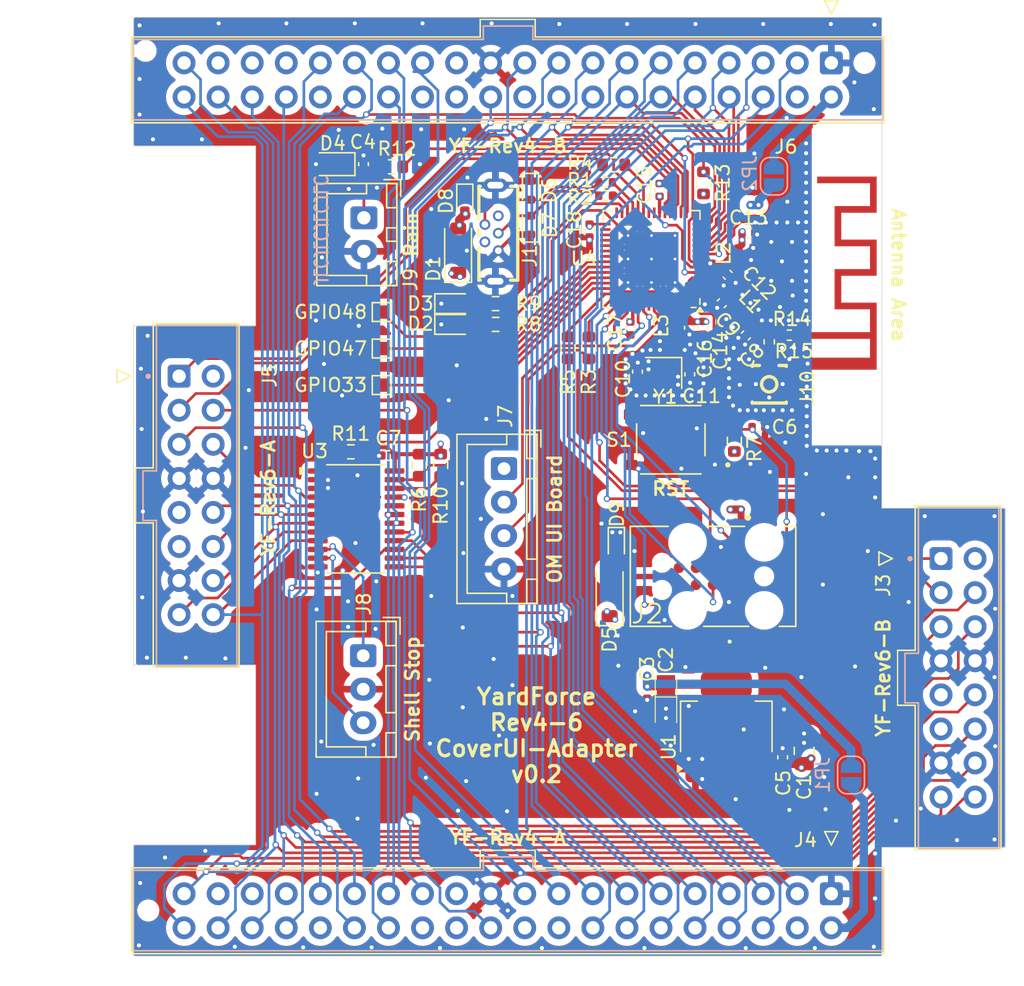
<source format=kicad_pcb>
(kicad_pcb (version 20240108) (generator "pcbnew") (generator_version "8.0")
  (title_block (title "YardForce Rev4-6 CoverUI-Adapter") (date "2024-11-11") (rev "0.2") (comment 1 "(C) Apehaenger 2024 <joerg@ebeling.ws>") (comment 2 "For https://openmower.de & Patrickzzz"))
  (layers (0 "F.Cu" signal) (1 "In1.Cu" power) (2 "In2.Cu" power) (31 "B.Cu" signal) (34 "B.Paste" user) (35 "F.Paste" user) (36 "B.SilkS" user "B.Silkscreen") (37 "F.SilkS" user "F.Silkscreen") (38 "B.Mask" user) (39 "F.Mask" user) (44 "Edge.Cuts" user))
  (net 0 "")
  (net 1 "/LED_LOCK")
  (net 2 "/HALL_LIFT")
  (net 3 "GND")
  (net 4 "/HALL_LIFTX")
  (net 5 "/BTN_S2")
  (net 6 "/LED_CHARGE")
  (net 7 "/STOP_1")
  (net 8 "/HALL_RBUMP")
  (net 9 "/BTN_LOCK")
  (net 10 "/BTN_PLAY")
  (net 11 "/STOP_2")
  (net 12 "/BTN_44HR")
  (net 13 "/BTN_34HR")
  (net 14 "/BTN_HOME")
  (net 15 "/LCD_BACKLIGHT")
  (net 16 "/BTN_14HR")
  (net 17 "/BTN_S1")
  (net 18 "/BTN_24HR")
  (net 19 "/HALL_LBUMP")
  (net 20 "/LED_S2")
  (net 21 "+3V3")
  (net 22 "+5V")
  (net 23 "Net-(D1-A)")
  (net 34 "/RESET")
  (net 35 "Net-(D5-A)")
  (net 36 "/JTAG_TDI")
  (net 37 "/RXD0")
  (net 38 "/TXD0")
  (net 39 "/RXD1")
  (net 40 "/TXD1")
  (net 41 "Net-(D2-A)")
  (net 42 "Net-(D3-A)")
  (net 43 "/LED_GN")
  (net 44 "/LED_RD")
  (net 45 "/USB_D-")
  (net 46 "/USB_D+")
  (net 48 "/RXDX")
  (net 49 "/TXDX")
  (net 50 "/PE_SCL")
  (net 51 "/PE_SDA")
  (net 52 "/~{PE_INT}")
  (net 54 "Net-(J6-Pin_2)")
  (net 55 "Net-(U4-LNA_IN{slash}RF)")
  (net 56 "VDD3P3")
  (net 58 "Net-(U4-GPIO19{slash}USB_D-{slash}ADC2_CH8)")
  (net 59 "Net-(U4-GPIO20{slash}USB_D+{slash}ADC2_CH9)")
  (net 60 "Net-(U4-U0TXD{slash}PROG{slash}GPIO43)")
  (net 61 "Net-(U4-GPIO17{slash}ADC2_CH6)")
  (net 64 "/JTAG_TDO")
  (net 65 "Net-(C11-Pad1)")
  (net 67 "Net-(U4-XTAL_N)")
  (net 68 "Net-(U4-XTAL_P)")
  (net 69 "Net-(U4-GPIO37)")
  (net 70 "/JTAG_TMS")
  (net 71 "/JTAG_TCK")
  (net 74 "Net-(U4-GPIO33)")
  (net 75 "Net-(U4-SPICLK_P{slash}GPIO47)")
  (net 76 "Net-(U4-SPICLK_N{slash}GPIO48)")
  (net 77 "Net-(ANT1-Pad1)")
  (net 78 "Net-(D4-K)")
  (net 79 "/RAIN")
  (net 80 "/LED_24HR")
  (net 82 "/LED_BAT")
  (net 83 "/LED_34HR")
  (net 85 "Net-(J4-Pin_2)")
  (net 86 "/LED_14HR")
  (net 89 "/LED_LIFTED")
  (net 90 "/LED_S1")
  (net 95 "/LED_44HR")
  (net 97 "/LED_CONN")
  (net 100 "/SHELL_STOP_1")
  (net 101 "/SHELL_STOP_2")
  (net 108 "Net-(C8-Pad1)")
  (net 109 "Net-(J10-Pad1)")
  (footprint "Resistor_SMD:R_0603_1608Metric" (layer "F.Cu") (at 164.8 81.55 -90)
    (property "Reference" "R7")
    (property "Value" "10k")
  )
  (footprint "Resistor_SMD:R_0603_1608Metric" (layer "F.Cu") (at 136.2 82.4)
    (property "Reference" "R11")
    (property "Value" "10k")
  )
  (footprint "Resistor_SMD:R_0402_1005Metric" (layer "F.Cu") (at 168.9 73.7)
    (property "Reference" "R14")
    (property "Value" "0")
  )
  (footprint "Capacitor_SMD:C_0402_1005Metric" (layer "F.Cu") (at 139 82.675 180)
    (property "Reference" "C7")
    (property "Value" ".1uF")
  )
  (footprint "Capacitor_SMD:C_0402_1005Metric" (layer "F.Cu") (at 154 65.9 -90)
    (property "Reference" "C18")
    (property "Value" ".1uF")
  )
  (footprint "Capacitor_SMD:C_0402_1005Metric" (layer "F.Cu") (at 164.3 69.2 135)
    (property "Reference" "C12")
    (property "Value" ".1uF")
  )
  (footprint "Package_DFN_QFN:QFN-56-1EP_7x7mm_P0.4mm_EP4x4mm_ThermalVias" (layer "F.Cu") (at 158.625 68.025 180)
    (property "Reference" "U4")
    (property "Value" "ESP32-S3-FH4R2")
  )
  (footprint "libs:JLCPCB_ToolingHole_1.152mm" (layer "F.Cu") (at 121.1 116.6)
    (property "Reference" "REF**" (hide yes))
    (property "Value" "JLCPCB_ToolingHole_1.152mm")
  )
  (footprint "Diode_SMD:D_SOD-523" (layer "F.Cu") (at 149.6 62.9 -90)
    (property "Reference" "D6")
    (property "Value" "D_TVS")
  )
  (footprint "libs:PCB_Antenna_2.4GHz_Left" (layer "F.Cu") (at 170.2625 73.725 -90)
    (property "Reference" "ANT1" (hide yes))
    (property "Value" "2.4Ghz")
  )
  (footprint "Diode_SMD:D_SOD-123" (layer "F.Cu") (at 144.2 67.4 90)
    (property "Reference" "D1")
    (property "Value" "D_Schottky")
  )
  (footprint "Resistor_SMD:R_0402_1005Metric" (layer "F.Cu") (at 167.4 74.2 -90)
    (property "Reference" "R15")
    (property "Value" "0")
  )
  (footprint "libs:IDC-Hybrid_2x08_P2.54mm_Latch_Vertical" (layer "F.Cu") (at 180.3 90.34 -90)
    (property "Reference" "J3")
    (property "Value" "YF-Rev6-B")
  )
  (footprint "Capacitor_SMD:C_0402_1005Metric" (layer "F.Cu") (at 161.45 73.15 -90)
    (property "Reference" "C16")
    (property "Value" ".1uF")
  )
  (footprint "TestPoint:TestPoint_Pad_1.0x1.0mm" (layer "F.Cu") (at 138.5 74.7)
    (property "Reference" "GPIO47")
    (property "Value" "TestPoint")
  )
  (footprint "Capacitor_SMD:C_0402_1005Metric" (layer "F.Cu") (at 168.4 105.18 90)
    (property "Reference" "C5")
    (property "Value" ".1uF")
  )
  (footprint "TestPoint:TestPoint_Pad_1.0x1.0mm" (layer "F.Cu") (at 138.5 77.4236)
    (property "Reference" "GPIO33")
    (property "Value" "TestPoint")
  )
  (footprint "Capacitor_SMD:C_0402_1005Metric" (layer "F.Cu") (at 157.05 73.2 -90)
    (property "Reference" "C17")
    (property "Value" ".1uF")
  )
  (footprint "Diode_SMD:D_SOD-523" (layer "F.Cu") (at 156 89.3 -90)
    (property "Reference" "D9")
    (property "Value" "D_TVS")
  )
  (footprint "Resistor_SMD:R_0603_1608Metric" (layer "F.Cu") (at 152.4 74.65 90)
    (property "Reference" "R5")
    (property "Value" "470")
  )
  (footprint "Capacitor_SMD:C_0805_2012Metric" (layer "F.Cu") (at 170 104.7 90)
    (property "Reference" "C1")
    (property "Value" "22uF")
  )
  (footprint "libs:SW_TS-1187A-B-A-B" (layer "F.Cu") (at 160.0625 81.5 180)
    (property "Reference" "S1")
    (property "Value" "RST")
  )
  (footprint "Resistor_SMD:R_0603_1608Metric" (layer "F.Cu") (at 141.3 83.4 90)
    (property "Reference" "R6")
    (property "Value" "10k")
  )
  (footprint "Connector_JST:JST_XH_B3B-XH-A_1x03_P2.50mm_Vertical" (layer "F.Cu") (at 137.125 97.6 -90)
    (property "Reference" "J8")
    (property "Value" "Shell Stop")
  )
  (footprint "Capacitor_SMD:C_0402_1005Metric" (layer "F.Cu") (at 166.6 80.55)
    (property "Reference" "C6")
    (property "Value" "1uF")
  )
  (footprint "LED_SMD:LED_0603_1608Metric" (layer "F.Cu") (at 143.95 72.9)
    (property "Reference" "D2")
    (property "Value" "LED GREEN")
  )
  (footprint "Resistor_SMD:R_0603_1608Metric" (layer "F.Cu") (at 142.9 83.4 90)
    (property "Reference" "R10")
    (property "Value" "10k")
  )
  (footprint "Diode_SMD:D_SOD-523" (layer "F.Cu") (at 144.7 63.7 -90)
    (property "Reference" "D8")
    (property "Value" "D_TVS")
  )
  (footprint "libs:IPEX-SMD_BWIPX-1-001E" (layer "F.Cu") (at 167.4 76.6 -90)
    (property "Reference" "J10")
    (property "Value" "IPEX/U.FL")
  )
  (footprint "libs:JLCPCB_ToolingHole_1.152mm" (layer "F.Cu") (at 174.5 53.4)
    (property "Reference" "REF**" (hide yes))
    (property "Value" "JLCPCB_ToolingHole_1.152mm")
  )
  (footprint "Inductor_SMD:L_0402_1005Metric" (layer "F.Cu") (at 160.425 73.175 90)
    (property "Reference" "L3")
    (property "Value" "24nH")
  )
  (footprint "libs:IDC-Hybrid_2x20_P2.54mm_Latch_Vertical" (layer "F.Cu") (at 172.04 115.4 180)
    (property "Reference" "J4")
    (property "Value" "YF-Rev4-A")
  )
  (footprint "Resistor_SMD:R_0603_1608Metric" (layer "F.Cu") (at 147 72.9 180)
    (property "Reference" "R8")
    (property "Value" "220	")
  )
  (footprint "Capacitor_SMD:C_0402_1005Metric" (layer "F.Cu") (at 165.6625 73.725 -135)
    (property "Reference" "C8")
    (property "Value" "DNP")
  )
  (footprint "Resistor_SMD:R_0402_1005Metric" (layer "F.Cu") (at 155.2 63.3 180)
    (property "Reference" "R2")
    (property "Value" "0")
  )
  (footprint "" (layer "F.Cu") (at 120.9 52.5)
    (property "Reference" "")
    (property "Value" "")
  )
  (footprint "Resistor_SMD:R_0603_1608Metric" (layer "F.Cu") (at 147 71.35 180)
    (property "Reference" "R9")
    (property "Value" "220")
  )
  (footprint "TestPoint:TestPoint_Pad_1.0x1.0mm" (layer "F.Cu") (at 138.5 71.9764)
    (property "Reference" "GPIO48")
    (property "Value" "TestPoint")
  )
  (footprint "Capacitor_SMD:C_0402_1005Metric" (layer "F.Cu") (at 163.8625 71.325 -135)
    (property "Reference" "C9")
    (property "Value" "0.8pF")
  )
  (footprint "libs:TAG-CONNECT_TC2050-IDC" (layer "F.Cu") (at 163.21 91.685 180)
    (property "Reference" "J2")
    (property "Value" "TC2050-IDC")
  )
  (footprint "Package_TO_SOT_SMD:SOT-223-3_TabPin2" (layer "F.Cu") (at 164.2 102.9 90)
    (property "Reference" "U1")
    (property "Value" "AMS1117-3.3")
  )
  (footprint "Capacitor_SMD:C_0402_1005Metric" (layer "F.Cu") (at 137.15 60.95 90)
    (property "Reference" "C4")
    (property "Value" ".1uF")
  )
  (footprint "libs:IDC-Hybrid_2x20_P2.54mm_Latch_Vertical" (layer "F.Cu") (at 172.04 53.45 180)
    (property "Reference" "J6")
    (property "Value" "YF-Rev4-B")
  )
  (footprint "Diode_SMD:D_SOD-323" (layer "F.Cu") (at 134.9 60.95 180)
    (property "Reference" "D4")
    (property "Value" "PDZ3.3B,115")
  )
  (footprint "libs:MINI-USB-SMD_U255-051N-4BH70-XS" (layer "F.Cu") (at 146.7 66.1 90)
    (property "Reference" "J1")
    (property "Value" "USB_OTG")
  )
  (footprint "Package_SO:TSSOP-24_4.4x7.8mm_P0.65mm" (layer "F.Cu") (at 136.6 87.4)
    (property "Reference" "U3")
    (property "Value" "TCA9555PWR")
  )
  (footprint "Crystal:Crystal_SMD_2016-4Pin_2.0x1.6mm" (layer "F.Cu") (at 159.525 76.52 180)
    (property "Reference" "Y1")
    (property "Value" "40MHz 10.5pF ±10ppm")
  )
  (footprint "Resistor_SMD:R_0603_1608Metric" (layer "F.Cu") (at 155.8 61 180)
    (property "Reference" "R4")
    (property "Value" "470")
  )
  (footprint "Resistor_SMD:R_0603_1608Metric" (layer "F.Cu") (at 139.25 61.15 180)
    (property "Reference" "R12")
    (property "Value" "10k")
  )
  (footprint "Capacitor_SMD:C_0402_1005Metric" (layer "F.Cu") (at 157.575 76.42 90)
    (property "Reference" "C10")
    (property "Value" "10pF")
  )
  (footprint "Capacitor_SMD:C_0402_1005Metric" (layer "F.Cu") (at 161.475 76.62 -90)
    (property "Reference" "C11")
    (property "Value" "10pF")
  )
  (footprint "Capacitor_SMD:C_0402_1005Metric" (layer "F.Cu") (at 159.225 62.875 90)
    (property "Reference" "C15")
    (property "Value" ".1uF")
  )
  (footprint "Resistor_SMD:R_0402_1005Metric" (layer "F.Cu") (at 155.2 62.3 180)
    (property "Reference" "R1")
    (property "Value" "0")
  )
  (footprint "Resistor_SMD:R_0603_1608Metric" (layer "F.Cu") (at 153.95 74.65 -90)
    (property "Reference" "R3")
    (property "Value" "470")
  )
  (footprint "Capacitor_SMD:C_0402_1005Metric" (layer "F.Cu") (at 162.45 73.15 -90)
    (property "Reference" "C14")
    (property "Value" "1uF")
  )
  (footprint "Inductor_SMD:L_0402_1005Metric" (layer "F.Cu") (at 165.2625 72.025 135)
    (property "Reference" "L1")
    (property "Value" "3.9nH")
  )
  (footprint "Diode_SMD:D_SOD-523" (layer "F.Cu") (at 149.6 65.5 90)
    (property "Reference" "D7")
    (property "Value" "D_TVS")
  )
  (footprint "Resistor_SMD:R_0603_1608Metric" (layer "F.Cu") (at 162.5 62.35 -90)
    (property "Reference" "R13")
    (property "Value" "10k")
  )
  (footprint "libs:IDC-Hybrid_2x08_P2.54mm_Latch_Vertical" (layer "F.Cu") (at 123.49 76.74 -90)
    (property "Reference" "J5")
    (property "Value" "YF-Rev6-A")
  )
  (footprint "Inductor_SMD:L_0402_1005Metric" (layer "F.Cu") (at 165.1 67.7 90)
    (property "Reference" "L2")
    (property "Value" "2.0nH")
  )
  (footprint "Diode_SMD:D_SOD-123" (layer "F.Cu") (at 155.5 93 90)
    (property "Reference" "D5")
    (property "Value" "D_Schottky")
  )
  (footprint "Capacitor_SMD:C_0402_1005Metric" (layer "F.Cu") (at 165.85 66.1)
    (property "Reference" "C13")
    (property "Value" ".1uF")
  )
  (footprint "libs:CASE-A_3216" (layer "F.Cu") (at 159.7 101 -90)
    (property "Reference" "C2")
    (property "Value" "22uF/10V")
  )
  (footprint "Connector_JST:JST_XH_B4B-XH-A_1x04_P2.50mm_Vertical" (layer "F.Cu") (at 147.625 83.65 -90)
    (property "Reference" "J7")
    (property "Value" "OM UI Board")
  )
  (footprint "LED_SMD:LED_0603_1608Metric" (layer "F.Cu") (at 143.95 71.35)
    (property "Reference" "D3")
    (property "Value" "LED RED")
  )
  (footprint "Connector_JST:JST_XH_B2B-XH-A_1x02_P2.50mm_Vertical" (layer "F.Cu") (at 137.175 64.95 -90)
    (property "Reference" "J9")
    (property "Value" "Rain")
  )
  (footprint "Capacitor_SMD:C_0402_1005Metric" (layer "F.Cu") (at 158.3 100.3 -90)
    (property "Reference" "C3")
    (property "Value" ".1uF")
  )
  (footprint "Jumper:SolderJumper-2_P1.3mm_Open_RoundedPad1.0x1.5mm" (layer "B.Cu") (at 173.5 106.5 90)
    (property "Reference" "JP1")
    (property "Value" "Rev4-A 3.3V")
  )
  (footprint "Jumper:SolderJumper-2_P1.3mm_Open_RoundedPad1.0x1.5mm" (layer "B.Cu") (at 167.75 61.85 -90)
    (property "Reference" "JP2")
    (property "Value" "Rev4-B 3.3V")
  )
  (gr_line (start 163.371665 70.464392) (end 162.4 70.6) (stroke (width 0.2)) (layer "F.Cu") (net 55))
  (gr_arc (start 166.5625 73.625) (mid 165.926104 73.361396) (end 165.6625 72.725) (stroke (width 0.51)) (layer "F.Cu") (net 108))
  (gr_arc (start 163.3625 70.620204) (mid 163.823555 70.711914) (end 164.214419 70.973081) (stroke (width 0.51)) (layer "F.Cu") (net 55))
  (gr_line (start 161.8625 70.625) (end 163.3625 70.775) (stroke (width 0.2)) (layer "F.Cu") (net 55))
  (gr_rect (start 160.925 71.225) (end 161.123234 71.723234) (stroke (width 0.3)) (fill none) (layer "F.Cu") (net 21))
  (gr_line (start 129.1 73) (end 129.1 59.6) (stroke (width 0.05)) (layer "Edge.Cuts"))
  (gr_line (start 185 111.9) (end 185 86.6) (stroke (width 0.05)) (layer "Edge.Cuts"))
  (gr_line (start 175.8 50) (end 175.8 86.6) (stroke (width 0.05)) (layer "Edge.Cuts"))
  (gr_line (start 120 73) (end 129.1 73) (stroke (width 0.05)) (layer "Edge.Cuts"))
  (gr_line (start 175.8 111.9) (end 185 111.9) (stroke (width 0.05)) (layer "Edge.Cuts"))
  (gr_line (start 175.8 111.9) (end 175.8 120) (stroke (width 0.05)) (layer "Edge.Cuts"))
  (gr_line (start 129.1 59.6) (end 120 59.6) (stroke (width 0.05)) (layer "Edge.Cuts"))
  (gr_line (start 129.1 111.7) (end 129.1 98.3) (stroke (width 0.05)) (layer "Edge.Cuts"))
  (gr_line (start 120 50) (end 175.8 50) (stroke (width 0.05)) (layer "Edge.Cuts"))
  (gr_line (start 185 86.6) (end 175.8 86.6) (stroke (width 0.05)) (layer "Edge.Cuts"))
  (gr_line (start 175.8 120) (end 120 120) (stroke (width 0.05)) (layer "Edge.Cuts"))
  (gr_line (start 120 50) (end 120 59.6) (stroke (width 0.05)) (layer "Edge.Cuts"))
  (gr_line (start 129.1 98.3) (end 120 98.3) (stroke (width 0.05)) (layer "Edge.Cuts"))
  (gr_line (start 120 98.3) (end 120 73) (stroke (width 0.05)) (layer "Edge.Cuts"))
  (gr_line (start 120 111.7) (end 129.1 111.7) (stroke (width 0.05)) (layer "Edge.Cuts"))
  (gr_line (start 120 120) (end 120 111.7) (stroke (width 0.05)) (layer "Edge.Cuts"))
  (gr_text "JLCJLCJLCJLC" (at 133.35 65.9 -90) (layer "B.SilkS") (effects (font (size 1 0.8) (thickness 0.15) (bold yes)) (justify bottom mirror)))
  (gr_text "YardForce\nRev4-6\nCoverUI-Adapter\nv0.2" (at 150.05 107.15 0) (layer "F.SilkS") (effects (font (size 1.2 1.2) (thickness 0.24) (bold yes)) (justify bottom)))
  (segment (start 161.3 64.5) (end 161.3 61.520244) (width 0.2) (layer "F.Cu") (net 1))
  (segment (start 161.225 64.575) (end 161.3 64.5) (width 0.2) (layer "F.Cu") (net 1))
  (segment (start 161.3 61.520244) (end 157.979756 58.2) (width 0.2) (layer "F.Cu") (net 1))
  (segment (start 157.979756 58.2) (end 152.4 58.2) (width 0.2) (layer "F.Cu") (net 1))
  (via (at 152.4 58.2) (size 0.48) (drill 0.3) (layers "F.Cu" "B.Cu") (net 1))
  (segment (start 152.4 58.2) (end 149.7 60.9) (width 0.2) (layer "B.Cu") (net 1))
  (segment (start 149.7 108.8) (end 155.5 114.6) (width 0.2) (layer "B.Cu") (net 1))
  (segment (start 155.5 114.6) (end 155.5 116.64) (width 0.2) (layer "B.Cu") (net 1))
  (segment (start 155.5 116.64) (end 154.25 117.89) (width 0.2) (layer "B.Cu") (net 1))
  (segment (start 149.7 60.9) (end 149.7 108.75) (width 0.2) (layer "B.Cu") (net 1))
  (segment (start 149.7 108.75) (end 149.7 108.8) (width 0.2) (layer "B.Cu") (net 1))
  (segment (start 152.4 58.2) (end 154.25 56.35) (width 0.2) (layer "B.Cu") (net 1))
  (segment (start 179.05 111.1) (end 182.01 108.14) (width 0.2) (layer "F.Cu") (net 2))
  (segment (start 127.7 113.1) (end 173.3 113.1) (width 0.2) (layer "F.Cu") (net 2))
  (segment (start 173.3 113.1) (end 175.3 111.1) (width 0.2) (layer "F.Cu") (net 2))
  (segment (start 133.7375 89.025) (end 131.775 89.025) (width 0.2) (layer "F.Cu") (net 2))
  (segment (start 175.3 111.1) (end 179.05 111.1) (width 0.2) (layer "F.Cu") (net 2))
  (segment (start 131.775 89.025) (end 126.26 94.54) (width 0.2) (layer "F.Cu") (net 2))
  (via (at 127.7 113.1) (size 0.48) (drill 0.3) (layers "F.Cu" "B.Cu") (net 2))
  (segment (start 129.6 111.837552) (end 129.6 94.6) (width 0.2) (layer "B.Cu") (net 2))
  (segment (start 127.7 113.1) (end 128.337552 113.1) (width 0.2) (layer "B.Cu") (net 2))
  (segment (start 122.3 114.7) (end 122.3 116.42) (width 0.2) (layer "B.Cu") (net 2))
  (segment (start 128.337552 113.1) (end 129.6 111.837552) (width 0.2) (layer "B.Cu") (net 2))
  (segment (start 129.54 94.54) (end 129.6 94.6) (width 0.2) (layer "B.Cu") (net 2))
  (segment (start 122.3 116.42) (end 123.77 117.89) (width 0.2) (layer "B.Cu") (net 2))
  (segment (start 125.94 94.54) (end 129.54 94.54) (width 0.2) (layer "B.Cu") (net 2))
  (segment (start 129 58.9) (end 129.6 59.5) (width 0.2) (layer "B.Cu") (net 2))
  (segment (start 126.3 58.9) (end 129 58.9) (width 0.2) (layer "B.Cu") (net 2))
  (segment (start 127.7 113.1) (end 123.9 113.1) (width 0.2) (layer "B.Cu") (net 2))
  (segment (start 129.6 59.5) (end 129.6 94.6) (width 0.2) (layer "B.Cu") (net 2))
  (segment (start 123.9 113.1) (end 122.3 114.7) (width 0.2) (layer "B.Cu") (net 2))
  (segment (start 123.77 56.37) (end 126.3 58.9) (width 0.2) (layer "B.Cu") (net 2))
  (segment (start 164.777 65.752756) (end 164.777 66.223) (width 0.2) (layer "F.Cu") (net 3))
  (segment (start 164.48 93.52) (end 164.4 93.6) (width 0.2) (layer "F.Cu") (net 3))
  (segment (start 156.6 73.45) (end 156.83 73.68) (width 0.3) (layer "F.Cu") (net 3))
  (segment (start 164.48 92.32) (end 164.48 93.52) (width 0.2) (layer "F.Cu") (net 3))
  (segment (start 165.279756 65.25) (end 164.777 65.752756) (width 0.2) (layer "F.Cu") (net 3))
  (segment (start 156.6 73.45) (end 156.8 73.65) (width 0.3) (layer "F.Cu") (net 3))
  (segment (start 164.777 66.223) (end 164.5275 66.4725) (width 0.2) (layer "F.Cu") (net 3))
  (segment (start 163.821966 68.246142) (end 163.718108 68.35) (width 0.2) (layer "F.Cu") (net 3))
  (segment (start 164.2 70) (end 164.8 70.6) (width 0.2) (layer "F.Cu") (net 3))
  (segment (start 166.35 65.25) (end 165.279756 65.25) (width 0.2) (layer "F.Cu") (net 3))
  (segment (start 158.43958 75.973257) (end 158.766743 75.973257) (width 0.3) (layer "F.Cu") (net 3))
  (segment (start 161.25 77.1) (end 161.22 77.07) (width 0.3) (layer "F.Cu") (net 3))
  (segment (start 156.83 73.68) (end 157.08 73.68) (width 0.3) (layer "F.Cu") (net 3))
  (segment (start 162.6 71.4) (end 163.257776 71.4) (width 0.4) (layer "F.Cu") (net 3))
  (segment (start 160.6 77.4) (end 160.27 77.07) (width 0.3) (layer "F.Cu") (net 3))
  (segment (start 161.475 77.1) (end 161.5 77.25) (width 0.3) (layer "F.Cu") (net 3))
  (segment (start 163.718108 68.35) (end 163 68.35) (width 0.2) (layer "F.Cu") (net 3))
  (segment (start 163.21 91.05) (end 163.8 90.46) (width 0.2) (layer "F.Cu") (net 3))
  (segment (start 165.3 70.6) (end 165.4 70.7) (width 0.2) (layer "F.Cu") (net 3))
  (segment (start 149.6 66.2) (end 148.4 66.2) (width 0.254) (layer "F.Cu") (net 3))
  (segment (start 157.605 75.97) (end 158.825 75.97) (width 0.3) (layer "F.Cu") (net 3))
  (segment (start 163.8 90.46) (end 163.8 89.5) (width 0.2) (layer "F.Cu") (net 3))
  (segment (start 164.5275 67.704) (end 164.496411 67.704) (width 0.2) (layer "F.Cu") (net 3))
  (segment (start 158.5 76.033677) (end 158.4 76.25) (width 0.3) (layer "F.Cu") (net 3))
  (segment (start 157.65 83.65) (end 157.3375 83.65) (width 0.3) (layer "F.Cu") (net 3))
  (segment (start 164.9 69.8) (end 164.2 69.8) (width 0.2) (layer "F.Cu") (net 3))
  (segment (start 156.8 73.65) (end 157.02 73.65) (width 0.3) (layer "F.Cu") (net 3))
  (segment (start 158.4 76.25) (end 158.43958 75.973257) (width 0.3) (layer "F.Cu") (net 3))
  (segment (start 164.5275 66.4725) (end 164.5275 67.704) (width 0.2) (layer "F.Cu") (net 3))
  (segment (start 163.954269 68.246142) (end 163.821966 68.246142) (width 0.2) (layer "F.Cu") (net 3))
  (segment (start 164.8 70.6) (end 165.3 70.6) (width 0.2) (layer "F.Cu") (net 3))
  (segment (start 163.520478 71.662702) (end 163.662702 71.662702) (width 0.4) (layer "F.Cu") (net 3))
  (segment (start 161.5 77.25) (end 161.25 77.1) (width 0.3) (layer "F.Cu") (net 3))
  (segment (start 157.3375 83.65) (end 157.0625 83.375) (width 0.3) (layer "F.Cu") (net 3))
  (segment (start 163.257776 71.4) (end 163.520478 71.662702) (width 0.4) (layer "F.Cu") (net 3))
  (segment (start 164.2 69.8) (end 164 70) (width 0.2) (layer "F.Cu") (net 3))
  (segment (start 148.4 66.2) (end 147.2 67.4) (width 0.254) (layer "F.Cu") (net 3))
  (segment (start 164.496411 67.704) (end 163.954269 68.246142) (width 0.2) (layer "F.Cu") (net 3))
  (segment (start 157.6 75.75) (end 157.605 75.97) (width 0.3) (layer "F.Cu") (net 3))
  (segment (start 133.7375 90.975) (end 133.7375 91.4) (width 0.4) (layer "F.Cu") (net 3))
  (segment (start 158.4 75.65) (end 158.72 75.97) (width 0.3) (layer "F.Cu") (net 3))
  (segment (start 164 70) (end 164.2 70) (width 0.2) (layer "F.Cu") (net 3))
  (segment (start 161.22 77.07) (end 160.225 77.07) (width 0.3) (layer "F.Cu") (net 3))
  (via (at 175.2 56.85) (size 0.48) (drill 0.3) (layers "F.Cu" "B.Cu") (net 3))
  (via (at 164.4 75.5) (size 0.48) (drill 0.3) (layers "F.Cu" "B.Cu") (net 3))
  (via (at 165.5 103.1) (size 0.48) (drill 0.3) (layers "F.Cu" "B.Cu") (net 3))
  (via (at 170.2 76.799995) (size 0.48) (drill 0.3) (layers "F.Cu" "B.Cu") (net 3))
  (via (at 142.05 99.4) (size 0.48) (drill 0.3) (layers "F.Cu" "B.Cu") (net 3))
  (via (at 144.1 75.95) (size 0.48) (drill 0.3) (layers "F.Cu" "B.Cu") (net 3))
  (via (at 171.4 92.3) (size 0.48) (drill 0.3) (layers "F.Cu" "B.Cu") (net 3))
  (via (at 175.3 84.3) (size 0.48) (drill 0.3) (layers "F.Cu" "B.Cu") (net 3))
  (via (at 164.4 93.6) (size 0.48) (drill 0.3) (layers "F.Cu" "B.Cu") (net 3))
  (via (at 136.05 62.8) (size 0.48) (drill 0.3) (layers "F.Cu" "B.Cu") (net 3))
  (via (at 172.416661 82.3) (size 0.48) (drill 0.3) (layers "F.Cu" "B.Cu") (net 3))
  (via (at 160.233332 78.2) (size 0.48) (drill 0.3) (layers "F.Cu" "B.Cu") (net 3))
  (via (at 126.85 97.8) (size 0.48) (drill 0.3) (layers "F.Cu" "B.Cu") (net 3))
  (via (at 173.15 82.3) (size 0.48) (drill 0.3) (layers "F.Cu" "B.Cu") (net 3))
  (via (at 170.15 68.199999) (size 0.48) (drill 0.3) (layers "F.Cu" "B.Cu") (net 3))
  (via (at 162.2 77.9) (size 0.48) (drill 0.3) (layers "F.Cu" "B.Cu") (net 3))
  (via (at 156.3 88.4) (size 0.48) (drill 0.3) (layers "F.Cu" "B.Cu") (net 3))
  (via (at 135.3 58.4) (size 0.48) (drill 0.3) (layers "F.Cu" "B.Cu") (net 3))
  (via (at 148.25 93.15) (size 0.48) (drill 0.3) (layers "F.Cu" "B.Cu") (net 3))
  (via (at 164 70) (size 0.48) (drill 0.3) (layers "F.Cu" "B.Cu") (net 3))
  (via (at 123.9 97.75) (size 0.48) (drill 0.3) (layers "F.Cu" "B.Cu") (net 3))
  (via (at 144.2 109.15) (size 0.48) (drill 0.3) (layers "F.Cu" "B.Cu") (net 3))
  (via (at 166 83.3) (size 0.48) (drill 0.3) (layers "F.Cu" "B.Cu") (net 3))
  (via (at 120.55 76.2) (size 0.48) (drill 0.3) (layers "F.Cu" "B.Cu") (net 3))
  (via (at 170.2 79) (size 0.48) (drill 0.3) (layers "F.Cu" "B.Cu") (net 3))
  (via (at 167.4 78.35) (size 0.48) (drill 0.3) (layers "F.Cu" "B.Cu") (net 3))
  (via (at 173.8 98.4) (size 0.48) (drill 0.3) (layers "F.Cu" "B.Cu") (net 3))
  (via (at 159.7 101.55) (size 0.48) (drill 0.3) (layers "F.Cu" "B.Cu") (net 3))
  (via (at 168.86 72.6) (size 0.48) (drill 0.3) (layers "F.Cu" "B.Cu") (net 3))
  (via (at 128.35 82.1) (size 0.48) (drill 0.3) (layers "F.Cu" "B.Cu") (net 3))
  (via (at 167 79.3) (size 0.48) (drill 0.3) (layers "F.Cu" "B.Cu") (net 3))
  (via (at 165.1 73.9) (size 0.48) (drill 0.3) (layers "F.Cu" "B.Cu") (net 3))
  (via (at 164.4 76.9125) (size 0.48) (drill 0.3) (layers "F.Cu" "B.Cu") (net 3))
  (via (at 163.35 83.35) (size 0.48) (drill 0.3) (layers "F.Cu" "B.Cu") (net 3))
  (via (at 166.4 77.35) (size 0.48) (drill 0.3) (layers "F.Cu" "B.Cu") (net 3))
  (via (at 169.1 79.3) (size 0.48) (drill 0.3) (layers "F.Cu" "B.Cu") (net 3))
  (via (at 120.45 50.6) (size 0.48) (drill 0.3) (layers "F.Cu" "B.Cu") (net 3))
  (via (at 168.35 74.65) (size 0.48) (drill 0.3) (layers "F.Cu" "B.Cu") (net 3))
  (via (at 154 66.6) (size 0.48) (drill 0.3) (layers "F.Cu" "B.Cu") (net 3))
  (via (at 170.15 68.933332) (size 0.48) (drill 0.3) (layers "F.Cu" "B.Cu") (net 3))
  (via (at 158.866666 78.2) (size 0.48) (drill 0.3) (layers "F.Cu" "B.Cu") (net 3))
  (via (at 128.6 77.8) (size 0.48) (drill 0.3) (layers "F.Cu" "B.Cu") (net 3))
  (via (at 168.75 65.3) (size 0.48) (drill 0.3) (layers "F.Cu" "B.Cu") (net 3))
  (via (at 170.2 81.95) (size 0.48) (drill 0.3) (layers "F.Cu" "B.Cu") (net 3))
  (via (at 164.45 96.55) (size 0.48) (drill 0.3) (layers "F.Cu" "B.Cu") (net 3))
  (via (at 170.2 77.533328) (size 0.48) (drill 0.3) (layers "F.Cu" "B.Cu") (net 3))
  (via (at 169.8 99.2) (size 0.48) (drill 0.3) (layers "F.Cu" "B.Cu") (net 3))
  (via (at 167.25 80.55) (size 0.48) (drill 0.3) (layers "F.Cu" "B.Cu") (net 3))
  (via (at 146.3 79.95) (size 0.48) (drill 0.3) (layers "F.Cu" "B.Cu") (net 3))
  (via (at 167.45 83.9) (size 0.48) (drill 0.3) (layers "F.Cu" "B.Cu") (net 3))
  (via (at 134 104) (size 0.48) (drill 0.3) (layers "F.Cu" "B.Cu") (net 3))
  (via (at 161.5 74.4) (size 0.48) (drill 0.3) (layers "F.Cu" "B.Cu") (net 3))
  (via (at 162.5 77.3) (size 0.48) (drill 0.3) (layers "F.Cu" "B.Cu") (net 3))
  (via (at 148.85 113.8) (size 0.48) (drill 0.3) (layers "F.Cu" "B.Cu") (net 3))
  (via (at 162 80.65) (size 0.48) (drill 0.3) (layers "F.Cu" "B.Cu") (net 3))
  (via (at 131.4 50.45) (size 0.48) (drill 0.3) (layers "F.Cu" "B.Cu") (net 3))
  (via (at 164.75 74.65) (size 0.48) (drill 0.3) (layers "F.Cu" "B.Cu") (net 3))
  (via (at 166.95 50.5) (size 0.48) (drill 0.3) (layers "F.Cu" "B.Cu") (net 3))
  (via (at 156.6 73.45) (size 0.48) (drill 0.3) (layers "F.Cu" "B.Cu") (net 3))
  (via (at 158.4 76.25) (size 0.48) (drill 0.3) (layers "F.Cu" "B.Cu") (net 3))
  (via (at 164.7 73.1) (size 0.48) (drill 0.3) (layers "F.Cu" "B.Cu") (net 3))
  (via (at 170.15 71.866664) (size 0.48) (drill 0.3) (layers "F.Cu" "B.Cu") (net 3))
  (via (at 167.15 65.3) (size 0.48) (drill 0.3) (layers "F.Cu" "B.Cu") (net 3))
  (via (at 170.15 60.866669) (size 0.48) (drill 0.3) (layers "F.Cu" "B.Cu") (net 3))
  (via (at 162.5 75.5) (size 0.48) (drill 0.3) (layers "F.Cu" "B.Cu") (net 3))
  (via (at 175.3 115.7) (size 0.48) (drill 0.3) (layers "F.Cu" "B.Cu") (net 3))
  (via (at 151.75 50.5) (size 0.48) (drill 0.3) (layers "F.Cu" "B.Cu") (net 3))
  (via (at 171.683328 82.3) (size 0.48) (drill 0.3) (layers "F.Cu" "B.Cu") (net 3))
  (via (at 164.2 73.9) (size 0.48) (drill 0.3) (layers "F.Cu" "B.Cu") (net 3))
  (via (at 170.8 119.4) (size 0.48) (drill 0.3) (layers "F.Cu" "B.Cu") (net 3))
  (via (at 121.05 73.75) (size 0.48) (drill 0.3) (layers "F.Cu" "B.Cu") (net 3))
  (via (at 136.8 73) (size 0.48) (drill 0.3) (layers "F.Cu" "B.Cu") (net 3))
  (via (at 161.9 75.05) (size 0.48) (drill 0.3) (layers "F.Cu" "B.Cu") (net 3))
  (via (at 170.15 67.466666) (size 0.48) (drill 0.3) (layers "F.Cu" "B.Cu") (net 3))
  (via (at 161.9 50.5) (size 0.48) (drill 0.3) (layers "F.Cu" "B.Cu") (net 3))
  (via (at 169.53 72.6) (size 0.48) (drill 0.3) (layers "F.Cu" "B.Cu") (net 3))
  (via (at 134.2 75.85) (size 0.48) (drill 0.3) (layers "F.Cu" "B.Cu") (net 3))
  (via (at 135.6 91.25) (size 0.48) (drill 0.3) (layers "F.Cu" "B.Cu") (net 3))
  (via (at 146.85 97.85) (size 0.48) (drill 0.3) (layers "F.Cu" "B.Cu") (net 3))
  (via (at 160.85 83.65) (size 0.48) (drill 0.3) (layers "F.Cu" "B.Cu") (net 3))
  (via (at 138.3 82.7) (size 0.48) (drill 0.3) (layers "F.Cu" "B.Cu") (net 3))
  (via (at 170.15 71.133331) (size 0.48) (drill 0.3) (layers "F.Cu" "B.Cu") (net 3))
  (via (at 165.4 70.7) (size 0.48) (drill 0.3) (layers "F.Cu" "B.Cu") (net 3))
  (via (at 138.05 95.6) (size 0.48) (drill 0.3) (layers "F.Cu" "B.Cu") (net 3))
  (via (at 166.4 79.3) (size 0.48) (drill 0.3) (layers "F.Cu" "B.Cu") (net 3))
  (via (at 135.55 78.2) (size 0.48) (drill 0.3) (layers "F.Cu" "B.Cu") (net 3))
  (via (at 157.05 77.75) (size 0.48) (drill 0.3) (layers "F.Cu" "B.Cu") (net 3))
  (via (at 147.25 103.55) (size 0.48) (drill 0.3) (layers "F.Cu" "B.Cu") (net 3))
  (via (at 164.9 108.3) (size 0.48) (drill 0.3) (layers "F.Cu" "B.Cu") (net 3))
  (via (at 161.5 77.25) (size 0.48) (drill 0.3) (layers "F.Cu" "B.Cu") (net 3))
  (via (at 184.25 94.1) (size 0.48) (drill 0.3) (layers "F.Cu" "B.Cu") (net 3))
  (via (at 170.15 84.05) (size 0.48) (drill 0.3) (layers "F.Cu" "B.Cu") (net 3))
  (via (at 147.85 109.2) (size 0.48) (drill 0.3) (layers "F.Cu" "B.Cu") (net 3))
  (via (at 167.95 65.3) (size 0.48) (drill 0.3) (layers "F.Cu" "B.Cu") (net 3))
  (via (at 165.6 74.4) (size 0.48) (drill 0.3) (layers "F.Cu" "B.Cu") (net 3))
  (via (at 184.2 87.2) (size 0.48) (drill 0.3) (layers "F.Cu" "B.Cu") (net 3))
  (via (at 170.2 79.749995) (size 0.48) (drill 0.3) (layers "F.Cu" "B.Cu") (net 3))
  (via (at 170.2 80.483328) (size 0.48) (drill 0.3) (layers "F.Cu" "B.Cu") (net 3))
  (via (at 146.7 50.45) (size 0.48) (drill 0.3) (layers "F.Cu" "B.Cu") (net 3))
  (via (at 142.15 68.15) (size 0.48) (drill 0.3) (layers "F.Cu" "B.Cu") (net 3))
  (via (at 165.9 75.5) (size 0.48) (drill 0.3) (layers "F.Cu" "B.Cu") (net 3))
  (via (at 170.15 60.133336) (size 0.48) (drill 0.3) (layers "F.Cu" "B.Cu") (net 3))
  (via (at 168.4 79.3) (size 0.48) (drill 0.3) (layers "F.Cu" "B.Cu") (net 3))
  (via (at 168.4 77.35) (size 0.48) (drill 0.3) (layers "F.Cu" "B.Cu") (net 3))
  (via (at 160.05 104.3) (size 0.48) (drill 0.3) (layers "F.Cu" "B.Cu") (net 3))
  (via (at 134.5 85.1) (size 0.48) (drill 0.3) (layers "F.Cu" "B.Cu") (net 3))
  (via (at 164.4 77.61875) (size 0.48) (drill 0.3) (layers "F.Cu" "B.Cu") (net 3))
  (via (at 133.65 107.9) (size 0.48) (drill 0.3) (layers "F.Cu" "B.Cu") (net 3))
  (via (at 170.15 61.600002) (size 0.48) (drill 0.3) (layers "F.Cu" "B.Cu") (net 3))
  (via (at 157.95 74.85) (size 0.48) (drill 0.3) (layers "F.Cu" "B.Cu") (net 3))
  (via (at 168.9 75.5) (size 0.48) (drill 0.3) (layers "F.Cu" "B.Cu") (net 3))
  (via (at 134.5 84.5) (size 0.48) (drill 0.3) (layers "F.Cu" "B.Cu") (net 3))
  (via (at 184.25 104.35) (size 0.48) (drill 0.3) (layers "F.Cu" "B.Cu") (net 3))
  (via (at 133.6 60.95) (size 0.48) (drill 0.3) (layers "F.Cu" "B.Cu") (net 3))
  (via (at 140.2 85.8) (size 0.48) (drill 0.3) (layers "F.Cu" "B.Cu") (net 3))
  (via (at 154.9 87.75) (size 0.48) (drill 0.3) (layers "F.Cu" "B.Cu") (net 3))
  (via (at 120.45 57.25) (size 0.48) (drill 0.3) (layers "F.Cu" "B.Cu") (net 3))
  (via (at 175.3 85.8) (size 0.48) (drill 0.3) (layers "F.Cu" "B.Cu") (net 3))
  (via (at 144.5 84.75) (size 0.48) (drill 0.3) (layers "F.Cu" "B.Cu") (net 3))
  (via (at 168.4 104.5) (size 0.48) (drill 0.3) (layers "F.Cu" "B.Cu") (net 3))
  (via (at 168.75 63.75) (size 0.48) (drill 0.3) (layers "F.Cu" "B.Cu") (net 3))
  (via (at 136 93.55) (size 0.48) (drill 0.3) (layers "F.Cu" "B.Cu") (net 3))
  (via (at 134.05 67.9) (size 0.48) (drill 0.3) (layers "F.Cu" "B.Cu") (net 3))
  (via (at 166 71.3) (size 0.48) (drill 0.3) (layers "F.Cu" "B.Cu") (net 3))
  (via (at 170 103.4) (size 0.48) (drill 0.3) (layers "F.Cu" "B.Cu") (net 3))
  (via (at 170.15 74.65) (size 0.48) (drill 0.3) (layers "F.Cu" "B.Cu") (net 3))
  (via (at 160.6 76.8) (size 0.48) (drill 0.3) (layers "F.Cu" "B.Cu") (net 3))
  (via (at 165.15 75.5) (size 0.48) (drill 0.3) (layers "F.Cu" "B.Cu") (net 3))
  (via (at 165.7 69) (size 0.48) (drill 0.3) (layers "F.Cu" "B.Cu") (net 3))
  (via (at 120.6 80.7) (size 0.48) (drill 0.3) (layers "F.Cu" "B.Cu") (net 3))
  (via (at 166.05 68.1) (size 0.48) (drill 0.3) (layers "F.Cu" "B.Cu") (net 3))
  (via (at 162.4 106.8) (size 0.48) (drill 0.3) (layers "F.Cu" "B.Cu") (net 3))
  (via (at 178.7 109) (size 0.48) (drill 0.3) (layers "F.Cu" "B.Cu") (net 3))
  (via (at 157.4 101.75) (size 0.48) (drill 0.3) (layers "F.Cu" "B.Cu") (net 3))
  (via (at 141.45 58.35) (size 0.48) (drill 0.3) (layers "F.Cu" "B.Cu") (net 3))
  (via (at 170.2 81.216661) (size 0.48) (drill 0.3) (layers "F.Cu" "B.Cu") (net 3))
  (via (at 136 95.45) (size 0.48) (drill 0.3) (layers "F.Cu" "B.Cu") (net 3))
  (via (at 158.3 100.9) (size 0.48) (drill 0.3) (layers "F.Cu" "B.Cu") (net 3))
  (via (at 136.7 84.15) (size 0.48) (drill 0.3) (layers "F.Cu" "B.Cu") (net 3))
  (via (at 150.45 119.4) (size 0.48) (drill 0.3) (layers "F.Cu" "B.Cu") (net 3))
  (via (at 164.7 78.95) (size 0.48) (drill 0.3) (layers "F.Cu" "B.Cu") (net 3))
  (via (at 157.65 83.65) (size 0.48) (drill 0.3) (layers "F.Cu" "B.Cu") (net 3))
  (via (at 157.35 89.8) (size 0.48) (drill 0.3) (layers "F.Cu" "B.Cu") (net 3))
  (via (at 160.916665 78.2) (size 0.48) (drill 0.3) (layers "F.Cu" "B.Cu") (net 3))
  (via (at 173.75 54.85) (size 0.48) (drill 0.3) (layers "F.Cu" "B.Cu") (net 3))
  (via (at 144.6 89.95) (size 0.48) (drill 0.3) (layers "F.Cu" "B.Cu") (net 3))
  (via (at 174.1 82.35) (size 0.48) (drill 0.3) (layers "F.Cu" "B.Cu") (net 3))
  (via (at 165.65 119.4) (size 0.48) (drill 0.3) (layers "F.Cu" "B.Cu") (net 3))
  (via (at 137.9 104.25) (size 0.48) (drill 0.3) (layers "F.Cu" "B.Cu") (net 3))
  (via (at 176.85 109.9) (size 0.48) (drill 0.3) (layers "F.Cu" "B.Cu") (net 3))
  (via (at 156.7 77.29875) (size 0.48) (drill 0.3) (layers "F.Cu" "B.Cu") (net 3))
  (via (at 142.85 119.4) (size 0.48) (drill 0.3) (layers "F.Cu" "B.Cu") (net 3))
  (via (at 156.7 75.5025) (size 0.48) (drill 0.3) (layers "F.Cu" "B.Cu") (net 3))
  (via (at 142.95 72.9) (size 0.48) (drill 0.3) (layers "F.Cu" "B.Cu") (net 3))
  (via (at 161.4 101.35) (size 0.48) (drill 0.3) (layers "F.Cu" "B.Cu") (net 3))
  (via (at 170.15 72.600003) (size 0.48) (drill 0.3) (layers "F.Cu" "B.Cu") (net 3))
  (via (at 159.7 102.25) (size 0.48) (drill 0.3) (layers "F.Cu" "B.Cu") (net 3))
  (via (at 166.2 67.2) (size 0.48) (drill 0.3) (layers "F.Cu" "B.Cu") (net 3))
  (via (at 164.4 76.20625) (size 0.48) (drill 0.3) (layers "F.Cu" "B.Cu") (net 3))
  (via (at 167.7 79.3) (size 0.48) (drill 0.3) (layers "F.Cu" "B.Cu") (net 3))
  (via (at 158 81) (size 0.48) (drill 0.3) (layers "F.Cu" "B.Cu") (net 3))
  (via (at 158.1 119.4) (size 0.48) (drill 0.3) (layers "F.Cu" "B.Cu") (net 3))
  (via (at 170.15 62.333335) (size 0.48) (drill 0.3) (layers "F.Cu" "B.Cu") (net 3))
  (via (at 168.7 57.5) (size 0.48) (drill 0.3) (layers "F.Cu" "B.Cu") (net 3))
  (via (at 142.95 71.35) (size 0.48) (drill 0.3) (layers "F.Cu" "B.Cu") (net 3))
  (via (at 141.35 60.95) (size 0.48) (drill 0.3) (layers "F.Cu" "B.Cu") (net 3))
  (via (at 159.549999 78.2) (size 0.48) (drill 0.3) (layers "F.Cu" "B.Cu") (net 3))
  (via (at 168.9 109.1) (size 0.48) (drill 0.3) (layers "F.Cu" "B.Cu") (net 3))
  (via (at 162.4 105.3) (size 0.48) (drill 0.3) (layers "F.Cu" "B.Cu") (net 3))
  (via (at 174.95 82.35) (size 0.48) (drill 0.3) (layers "F.Cu" "B.Cu") (net 3))
  (via (at 163.520478 71.662702) (size 0.48) (drill 0.3) (layers "F.Cu" "B.Cu") (net 3))
  (via (at 159.25 74.15) (size 0.48) (drill 0.3) (layers "F.Cu" "B.Cu") (net 3))
  (via (at 125.35 112.15) (size 0.48) (drill 0.3) (layers "F.Cu" "B.Cu") (net 3))
  (via (at 147.9 116.6) (size 0.48) (drill 0.3) (layers "F.Cu" "B.Cu") (net 3))
  (via (at 165.2 79.3) (size 0.48) (drill 0.3) (layers "F.Cu" "B.Cu") (net 3))
  (via (at 168.5 101.6) (size 0.48) (drill 0.3) (layers "F.Cu" "B.Cu") (net 3))
  (via (at 177.8 93.6) (size 0.48) (drill 0.3) (layers "F.Cu" "B.Cu") (net 3))
  (via (at 170.2 78.266661) (size 0.48) (drill 0.3) (layers "F.Cu" "B.Cu") (net 3))
  (via (at 142.2 93.15) (size 0.48) (drill 0.3) (layers "F.Cu" "B.Cu") (net 3))
  (via (at 158.4 75.65) (size 0.48) (drill 0.3) (layers "F.Cu" "B.Cu") (net 3))
  (via (at 164.4 78.325) (size 0.48) (drill 0.3) (layers "F.Cu" "B.Cu") (net 3))
  (via (at 161.4 105.3) (size 0.48) (drill 0.3) (layers "F.Cu" "B.Cu") (net 3))
  (via (at 169.1 69.65) (size 0.48) (drill 0.3) (layers "F.Cu" "B.Cu") (net 3))
  (via (at 171.4 87.05) (size 0.48) (drill 0.3) (layers "F.Cu" "B.Cu") (net 3))
  (via (at 175.25 50.55) (size 0.48) (drill 0.3) (layers "F.Cu" "B.Cu") (net 3))
  (via (at 162.5 76.1) (size 0.48) (drill 0.3) (layers "F.Cu" "B.Cu") (net 3))
  (via (at 121.45 59.1) (size 0.48) (drill 0.3) (layers "F.Cu" "B.Cu") (net 3))
  (via (at 163 68.35) (size 0.48) (drill 0.3) (layers "F.Cu" "B.Cu") (net 3))
  (via (at 156.15 98.35) (size 0.48) (drill 0.3) (layers "F.Cu" "B.Cu") (net 3))
  (via (at 167.55 66.75) (size 0.48) (drill 0.3) (layers "F.Cu" "B.Cu") (net 3))
  (via (at 157.2 75.1) (size 0.48) (drill 0.3) (layers "F.Cu" "B.Cu") (net 3))
  (via (at 126.35 50.45) (size 0.48) (drill 0.3) (layers "F.Cu" "B.Cu") (net 3))
  (via (at 170.15 63.066668) (size 0.48) (drill 0.3) (layers "F.Cu" "B.Cu") (net 3))
  (via (at 169.25 74.65) (size 0.48) (drill 0.3) (layers "F.Cu" "B.Cu") (net 3))
  (via (at 156.8 50.5) (size 0.48) (drill 0.3) (layers "F.Cu" "B.Cu") (net 3))
  (via (at 170.15 63.800001) (size 0.48) (drill 0.3) (layers "F.Cu" "B.Cu") (net 3))
  (via (at 136.75 106.75) (size 0.48) (drill 0.3) (layers "F.Cu" "B.Cu") (net 3))
  (via (at 170.15 66) (size 0.48) (drill 0.3) (layers "F.Cu" "B.Cu") (net 3))
  (via (at 157.5 78.2) (size 0.48) (drill 0.3) (layers "F.Cu" "B.Cu") (net 3))
  (via (at 136.55 89.2) (size 0.48) (drill 0.3) (layers "F.Cu" "B.Cu") (net 3))
  (via (at 161.15 98.45) (size 0.48) (drill 0.3) (layers "F.Cu" "B.Cu") (net 3))
  (via (at 143.5 78.55) (size 0.48) (drill 0.3) (layers "F.Cu" "B.Cu") (net 3))
  (via (at 170.949995 82.3) (size 0.48) (drill 0.3) (layers "F.Cu" "B.Cu") (net 3))
  (via (at 156.7 76.10125) (size 0.48) (drill 0.3) (layers "F.Cu" "B.Cu") (net 3))
  (via (at 161.1 74.8) (size 0.48) (drill 0.3) (layers "F.Cu" "B.Cu") (net 3))
  (via (at 166.6 71.8) (size 0.48) (drill 0.3) (layers "F.Cu" "B.Cu") (net 3))
  (via (at 148.25 99.8) (size 0.48) (drill 0.3) (layers "F.Cu" "B.Cu") (net 3))
  (via (at 132.65 119.35) (size 0.48) (drill 0.3) (layers "F.Cu" "B.Cu") (net 3))
  (via (at 127.55 119.3) (size 0.48) (drill 0.3) (layers "F.Cu" "B.Cu") (net 3))
  (via (at 175.3 112.35) (size 0.48) (drill 0.3) (layers "F.Cu" "B.Cu") (net 3))
  (via (at 159.2 62.4) (size 0.48) (drill 0.3) (layers "F.Cu" "B.Cu") (net 3))
  (via (at 133.6 72.6) (size 0.48) (drill 0.3) (layers "F.Cu" "B.Cu") (net 3))
  (via (at 156.7 76.7) (size 0.48) (drill 0.3) (layers "F.Cu" "B.Cu") (net 3))
  (via (at 175.3 82.9) (size 0.48) (drill 0.3) (layers "F.Cu" "B.Cu") (net 3))
  (via (at 138.15 62.7) (size 0.48) (drill 0.3) (layers "F.Cu" "B.Cu") (net 3))
  (via (at 121 97.75) (size 0.48) (drill 0.3) (layers "F.Cu" "B.Cu") (net 3))
  (via (at 120.65 93.25) (size 0.48) (drill 0.3) (layers "F.Cu" "B.Cu") (net 3))
  (via (at 120.45 54.6) (size 0.48) (drill 0.3) (layers "F.Cu" "B.Cu") (net 3))
  (via (at 120.4 119.2) (size 0.48) (drill 0.3) (layers "F.Cu" "B.Cu") (net 3))
  (via (at 166.85 72.6) (size 0.48) (drill 0.3) (layers "F.Cu" "B.Cu") (net 3))
  (via (at 170.15 64.533334) (size 0.48) (drill 0.3) (layers "F.Cu" "B.Cu") (net 3))
  (via (at 138.1 92.05) (size 0.48) (drill 0.3) (layers "F.Cu" "B.Cu") (net 3))
  (via (at 137.75 119.35) (size 0.48) (drill 0.3) (layers "F.Cu" "B.Cu") (net 3))
  (via (at 164.2 72.5) (size 0.48) (drill 0.3) (layers "F.Cu" "B.Cu") (net 3))
  (via (at 169.15 70.75) (size 0.48) (drill 0.3) (layers "F.Cu" "B.Cu") (net 3))
  (via (at 120.5 114.55) (size 0.48) (drill 0.3) (layers "F.Cu" "B.Cu") (net 3))
  (via (at 133.65 94.15) (size 0.48) (drill 0.3) (layers "F.Cu" "B.Cu") (net 3))
  (via (at 125.1 59.1) (size 0.48) (drill 0.3) (layers "F.Cu" "B.Cu") (net 3))
  (via (at 168.19 72.6) (size 0.48) (drill 0.3) (layers "F.Cu" "B.Cu") (net 3))
  (via (at 145.9 87.4) (size 0.48) (drill 0.3) (layers "F.Cu" "B.Cu") (net 3))
  (via (at 162.5 76.7) (size 0.48) (drill 0.3) (layers "F.Cu" "B.Cu") (net 3))
  (via (at 162.6 71.4) (size 0.48) (drill 0.3) (layers "F.Cu" "B.Cu") (net 3))
  (via (at 136.5 50.45) (size 0.48) (drill 0.3) (layers "F.Cu" "B.Cu") (net 3))
  (via (at 142.1 104.15) (size 0.48) (drill 0.3) (layers "F.Cu" "B.Cu") (net 3))
  (via (at 184.2 111.3) (size 0.48) (drill 0.3) (layers "F.Cu" "B.Cu") (net 3))
  (via (at 133.7375 91.4) (size 0.48) (drill 0.3) (layers "F.Cu" "B.Cu") (net 3))
  (via (at 144.65 58.35) (size 0.48) (drill 0.3) (layers "F.Cu" "B.Cu") (net 3))
  (via (at 120.7 86.85) (size 0.48) (drill 0.3) (layers "F.Cu" "B.Cu") (net 3))
  (via (at 144.55 101.45) (size 0.48) (drill 0.3) (layers "F.Cu" "B.Cu") (net 3))
  (via (at 168.2 71.6) (size 0.48) (drill 0.3) (layers "F.Cu" "B.Cu") (net 3))
  (via (at 159.25 73.5) (size 0.48) (drill 0.3) (layers "F.Cu" "B.Cu") (net 3))
  (via (at 173.3 84.3) (size 0.48) (drill 0.3) (layers "F.Cu" "B.Cu") (net 3))
  (via (at 170.15 69.666665) (size 0.48) (drill 0.3) (layers "F.Cu" "B.Cu") (net 3))
  (via (at 166.3 60.15) (size 0.48) (drill 0.3) (layers "F.Cu" "B.Cu") (net 3))
  (via (at 166.5 74.55) (size 0.48) (drill 0.3) (layers "F.Cu" "B.Cu") (net 3))
  (via (at 169.55 65.3) (size 0.48) (drill 0.3) (layers "F.Cu" "B.Cu") (net 3))
  (via (at 169.1 66.75) (size 0.48) (drill 0.3) (layers "F.Cu" "B.Cu") (net 3))
  (via (at 145.6 114.3) (size 0.48) (drill 0.3) (layers "F.Cu" "B.Cu") (net 3))
  (via (at 179 87.2) (size 0.48) (drill 0.3) (layers "F.Cu" "B.Cu") (net 3))
  (via (at 165.8 79.3) (size 0.48) (drill 0.3) (layers "F.Cu" "B.Cu") (net 3))
  (via (at 141.8 106.7) (size 0.48) (drill 0.3) (layers "F.Cu" "B.Cu") (net 3))
  (via (at 170.15 59.400003) (size 0.48) (drill 0.3) (layers "F.Cu" "B.Cu") (net 3))
  (via (at 155.7 88.4) (size 0.48) (drill 0.3) (layers "F.Cu" "B.Cu") (net 3))
  (via (at 144.9 61.95) (size 0.48) (drill 0.3) (layers "F.Cu" "B.Cu") (net 3))
  (via (at 171.5 106.65) (size 0.48) (drill 0.3) (layers "F.Cu" "B.Cu") (net 3))
  (via (at 161.45 73.65) (size 0.48) (drill 0.3) (layers "F.Cu" "B.Cu") (net 3))
  (via (at 163.8 89.5) (size 0.48) (drill 0.3) (layers "F.Cu" "B.Cu") (net 3))
  (via (at 175.2 119.3) (size 0.48) (drill 0.3) (layers "F.Cu" "B.Cu") (net 3))
  (via (at 162.5 74.3) (size 0.48) (drill 0.3) (layers "F.Cu" "B.Cu") (net 3))
  (via (at 164.9 69.8) (size 0.48) (drill 0.3) (layers "F.Cu" "B.Cu") (net 3))
  (via (at 167.1 98.5) (size 0.48) (drill 0.3) (layers "F.Cu" "B.Cu") (net 3))
  (via (at 174.75 89.8) (size 0.48) (drill 0.3) (layers "F.Cu" "B.Cu") (net 3))
  (via (at 156.1 96.1) (size 0.48) (drill 0.3) (layers "F.Cu" "B.Cu") (net 3))
  (via (at 136.7 109.75) (size 0.48) (drill 0.3) (layers "F.Cu" "B.Cu") (net 3))
  (via (at 148.5 62.55) (size 0.48) (drill 0.3) (layers "F.Cu" "B.Cu") (net 3))
  (via (at 170.15 65.266667) (size 0.48) (drill 0.3) (layers "F.Cu" "B.Cu") (net 3))
  (via (at 159.25 74.8) (size 0.48) (drill 0.3) (layers "F.Cu" "B.Cu") (net 3))
  (via (at 170.15 66.733333) (size 0.48) (drill 0.3) (layers "F.Cu" "B.Cu") (net 3))
  (via (at 161.6 78.2) (size 0.48) (drill 0.3) (layers "F.Cu" "B.Cu") (net 3))
  (via (at 171.6 109.05) (size 0.48) (drill 0.3) (layers "F.Cu" "B.Cu") (net 3))
  (via (at 184.2 99.2) (size 0.48) (drill 0.3) (layers "F.Cu" "B.Cu") (net 3))
  (via (at 142.2 64.3) (size 0.48) (drill 0.3) (layers "F.Cu" "B.Cu") (net 3))
  (via (at 181.4 111.35) (size 0.48) (drill 0.3) (layers "F.Cu" "B.Cu") (net 3))
  (via (at 168.35 68.2) (size 0.48) (drill 0.3) (layers "F.Cu" "B.Cu") (net 3))
  (via (at 166.5 66.2) (size 0.48) (drill 0.3) (layers "F.Cu" "B.Cu") (net 3))
  (via (at 144.8 106.95) (size 0.48) (drill 0.3) (layers "F.Cu" "B.Cu") (net 3))
  (via (at 144.55 95.5) (size 0.48) (drill 0.3) (layers "F.Cu" "B.Cu") (net 3))
  (via (at 137.15 60.3) (size 0.48) (drill 0.3) (layers "F.Cu" "B.Cu") (net 3))
  (via (at 138.55 58.3) (size 0.48) (drill 0.3) (layers "F.Cu" "B.Cu") (net 3))
  (via (at 170 104.1) (size 0.48) (drill 0.3) (layers "F.Cu" "B.Cu") (net 3))
  (via (at 160.6 77.4) (size 0.48) (drill 0.3) (layers "F.Cu" "B.Cu") (net 3))
  (via (at 122.35 112.65) (size 0.48) (drill 0.3) (layers "F.Cu" "B.Cu") (net 3))
  (via (at 167.55 69.65) (size 0.48) (drill 0.3) (layers "F.Cu" "B.Cu") (net 3))
  (via (at 158.55 74.8) (size 0.48) (drill 0.3) (layers "F.Cu" "B.Cu") (net 3))
  (via (at 168.6 81.7) (size 0.48) (drill 0.3) (layers "F.Cu" "B.Cu") (net 3))
  (via (at 141.55 50.45) (size 0.48) (drill 0.3) (layers "F.Cu" "B.Cu") (net 3))
  (via (at 172 50.5) (size 0.48) (drill 0.3) (layers "F.Cu" "B.Cu") (net 3))
  (via (at 166.15 62.7) (size 0.48) (drill 0.3) (layers "F.Cu" "B.Cu") (net 3))
  (via (at 158.183333 78.2) (size 0.48) (drill 0.3) (layers "F.Cu" "B.Cu") (net 3))
  (via (at 170.15 70.399998) (size 0.48) (drill 0.3) (layers "F.Cu" "B.Cu") (net 3))
  (via (at 159.6 94.95) (size 0.48) (drill 0.3) (layers "F.Cu" "B.Cu") (net 3))
  (via (at 165.2 77.4) (size 0.48) (drill 0.3) (layers "F.Cu" "B.Cu") (net 3))
  (via (at 144.85 67.4) (size 0.48) (drill 0.3) (layers "F.Cu" "B.Cu") (net 3))
  (via (at 157.6 75.75) (size 0.48) (drill 0.3) (layers "F.Cu" "B.Cu") (net 3))
  (via (at 166.35 65.3) (size 0.48) (drill 0.3) (layers "F.Cu" "B.Cu") (net 3))
  (via (at 167.52 72.6) (size 0.48) (drill 0.3) (layers "F.Cu" "B.Cu") (net 3))
  (segment (start 181.47 101.8) (end 182.75 100.52) (width 0.2) (layer "F.Cu") (net 4))
  (segment (start 179.7 101.8) (end 181.47 101.8) (width 0.2) (layer "F.Cu") (net 4))
  (segment (start 178.573 105.927) (end 178.573 102.927) (width 0.2) (layer "F.Cu") (net 4))
  (segment (start 132.2 111) (end 132.3 111) (width 0.2) (layer "F.Cu") (net 4))
  (segment (start 173 111.5) (end 178.573 105.927) (width 0.2) (layer "F.Cu") (net 4))
  (segment (start 132.8 111.5) (end 173 111.5) (width 0.2) (layer "F.Cu") (net 4))
  (segment (start 132.3 111) (end 132.8 111.5) (width 0.2) (layer "F.Cu") (net 4))
  (segment (start 133.7375 86.425) (end 126.435 86.425) (width 0.2) (layer "F.Cu") (net 4))
  (segment (start 178.573 102.927) (end 179.7 101.8) (width 0.2) (layer "F.Cu") (net 4))
  (via (at 132.2 111) (size 0.48) (drill 0.3) (layers "F.Cu" "B.Cu") (net 4))
  (via (at 131.5 86.425) (size 0.48) (drill 0.3) (layers "F.Cu" "B.Cu") (net 4))
  (segment (start 131.2 90.14514) (end 131.58 89.76514) (width 0.2) (layer "B.Cu") (net 4))
  (segment (start 132.6 111.4) (end 132.6 116.68) (width 0.2) (layer "B.Cu") (net 4))
  (segment (start 131.2 86.125) (end 131.2 56.13) (width 0.2) (layer "B.Cu") (net 4))
  (segment (start 132.2 111) (end 132.6 111.4) (width 0.2) (layer "B.Cu") (net 4))
  (segment (start 131.2 110) (end 131.2 90.14514) (width 0.2) (layer "B.Cu") (net 4))
  (segment (start 131.5 86.425) (end 131.2 86.125) (width 0.2) (layer "B.Cu") (net 4))
  (segment (start 131.58 86.505) (end 131.5 86.425) (width 0.2) (layer "B.Cu") (net 4))
  (segment (start 131.58 89.76514) (end 131.58 86.505) (width 0.2) (layer "B.Cu") (net 4))
  (segment (start 132.2 111) (end 131.2 110) (width 0.2) (layer "B.Cu") (net 4))
  (segment (start 132.6 116.68) (end 131.39 117.89) (width 0.2) (layer "B.Cu") (net 4))
  (via (at 139.6 87.7) (size 0.48) (drill 0.3) (layers "F.Cu" "B.Cu") (net 5))
  (segment (start 139.4 86.679756) (end 139.4 63.6) (width 0.2) (layer "B.Cu") (net 5))
  (segment (start 140.16 62.84) (end 140.16 54.55) (width 0.2) (layer "B.Cu") (net 5))
  (segment (start 139.4 87.9) (end 139.6 87.7) (width 0.2) (layer "B.Cu") (net 5))
  (segment (start 139.4 114.96) (end 139.4 87.9) (width 0.2) (layer "B.Cu") (net 5))
  (segment (start 139.6 87.7) (end 139.6 86.879756) (width 0.2) (layer "B.Cu") (net 5))
  (segment (start 139.6 86.879756) (end 139.4 86.679756) (width 0.2) (layer "B.Cu") (net 5))
  (segment (start 140.16 54.55) (end 139.01 53.4) (width 0.2) (layer "B.Cu") (net 5))
  (segment (start 139.4 63.6) (end 140.16 62.84) (width 0.2) (layer "B.Cu") (net 5))
  (segment (start 163.773 65.777) (end 163.773 65.227) (width 0.2) (layer "F.Cu") (net 6))
  (segment (start 164.4 64.6) (end 164.4 57.95) (width 0.2) (layer "F.Cu") (net 6))
  (segment (start 162.925 66.625) (end 163.773 65.777) (width 0.2) (layer "F.Cu") (net 6))
  (segment (start 163.773 65.227) (end 164.4 64.6) (width 0.2) (layer "F.Cu") (net 6))
  (segment (start 164.4 57.95) (end 163.2 56.75) (width 0.2) (layer "F.Cu") (net 6))
  (segment (start 162.075 66.625) (end 162.925 66.625) (width 0.2) (layer "F.Cu") (net 6))
  (via (at 163.2 56.75) (size 0.48) (drill 0.3) (layers "F.Cu" "B.Cu") (net 6))
  (segment (start 152.807 93.857) (end 152.807 103.767256) (width 0.2) (layer "B.Cu") (net 6))
  (segment (start 163.2 54.61) (end 163.2 56.75) (width 0.2) (layer "B.Cu") (net 6))
  (segment (start 163.2 56.8) (end 162.256 57.744) (width 0.2) (layer "B.Cu") (net 6))
  (segment (start 163.2 56.75) (end 163.2 56.8) (width 0.2) (layer "B.Cu") (net 6))
  (segment (start 164.41 53.4) (end 163.2 54.61) (width 0.2) (layer "B.Cu") (net 6))
  (segment (start 154.5 105.44) (end 164.41 115.35) (width 0.2) (layer "B.Cu") (net 6))
  (segment (start 152.807 103.767256) (end 154.479744 105.44) (width 0.2) (layer "B.Cu") (net 6))
  (segment (start 152.5 93.55) (end 152.807 93.857) (width 0.2) (layer "B.Cu") (net 6))
  (segment (start 152.5 64.1) (end 152.5 93.55) (width 0.2) (layer "B.Cu") (net 6))
  (segment (start 162.256 57.744) (end 158.856 57.744) (width 0.2) (layer "B.Cu") (net 6))
  (segment (start 158.856 57.744) (end 152.5 64.1) (width 0.2) (layer "B.Cu") (net 6))
  (segment (start 178.575104 106.9) (end 181.45 106.9) (width 0.2) (layer "F.Cu") (net 7))
  (segment (start 173.175104 112.3) (end 178.575104 106.9) (width 0.2) (layer "F.Cu") (net 7))
  (segment (start 131.2 112.3) (end 173.175104 112.3) (width 0.2) (layer "F.Cu") (net 7))
  (segment (start 130.6 111.7) (end 131.2 112.3) (width 0.2) (layer "F.Cu") (net 7))
  (segment (start 133.7375 87.725) (end 130.875 87.725) (width 0.2) (layer "F.Cu") (net 7))
  (segment (start 181.45 106.9) (end 182.75 105.6) (width 0.2) (layer "F.Cu") (net 7))
  (segment (start 130.875 87.725) (end 126.6 92) (width 0.2) (layer "F.Cu") (net 7))
  (via (at 130.6 111.7) (size 0.48) (drill 0.3) (layers "F.Cu" "B.Cu") (net 7))
  (via (at 130.6 88) (size 0.48) (drill 0.3) (layers "F.Cu" "B.Cu") (net 7))
  (segment (start 130.546 89.874244) (end 130.78 89.640244) (width 0.2) (layer "B.Cu") (net 7))
  (segment (start 129.270896 58.246) (end 128.616 58.246) (width 0.2) (layer "B.Cu") (net 7))
  (segment (start 130.6 111.7) (end 130.6 111.9) (width 0.2) (layer "B.Cu") (net 7))
  (segment (start 130.546 111.646) (end 130.546 89.874244) (width 0.2) (layer "B.Cu") (net 7))
  (segment (start 130.6 111.9) (end 127.6 114.9) (width 0.2) (layer "B.Cu") (net 7))
  (segment (start 130.4 87.8) (end 130.4 59.375104) (width 0.2) (layer "B.Cu") (net 7))
  (segment (start 127.6 114.9) (end 127.6 116.6) (width 0.2) (layer "B.Cu") (net 7))
  (segment (start 127.6 116.6) (end 126.31 117.89) (width 0.2) (layer "B.Cu") (net 7))
  (segment (start 128.616 58.246) (end 126.31 55.94) (width 0.2) (layer "B.Cu") (net 7))
  (segment (start 130.6 111.7) (end 130.546 111.646) (width 0.2) (layer "B.Cu") (net 7))
  (segment (start 130.4 59.375104) (end 129.270896 58.246) (width 0.2) (layer "B.Cu") (net 7))
  (segment (start 130.78 89.640244) (end 130.78 88.18) (width 0.2) (layer "B.Cu") (net 7))
  (segment (start 130.78 88.18) (end 130.6 88) (width 0.2) (layer "B.Cu") (net 7))
  (segment (start 130.6 88) (end 130.4 87.8) (width 0.2) (layer "B.Cu") (net 7))
  (segment (start 180.21 108.14) (end 180.21 109.39) (width 0.2) (layer "F.Cu") (net 8))
  (segment (start 180.21 109.39) (end 178.827 110.773) (width 0.2) (layer "F.Cu") (net 8))
  (segment (start 126.266346 93.3) (end 124.64 93.3) (width 0.2) (layer "F.Cu") (net 8))
  (segment (start 128.120244 112.7) (end 127.940244 112.52) (width 0.2) (layer "F.Cu") (net 8))
  (segment (start 127.940244 112.52) (end 126.6 112.52) (width 0.2) (layer "F.Cu") (net 8))
  (segment (start 175.164552 110.773) (end 173.237552 112.7) (width 0.2) (layer "F.Cu") (net 8))
  (segment (start 131.191346 88.375) (end 126.266346 93.3) (width 0.2) (layer "F.Cu") (net 8))
  (segment (start 124.64 93.3) (end 123.4 94.54) (width 0.2) (layer "F.Cu") (net 8))
  (segment (start 133.7375 88.375) (end 131.191346 88.375) (width 0.2) (layer "F.Cu") (net 8))
  (segment (start 126.6 112.52) (end 125.41 113.71) (width 0.2) (layer "F.Cu") (net 8))
  (segment (start 173.237552 112.7) (end 128.120244 112.7) (width 0.2) (layer "F.Cu") (net 8))
  (segment (start 178.827 110.773) (end 175.164552 110.773) (width 0.2) (layer "F.Cu") (net 8))
  (via (at 125.41 113.71) (size 0.48) (drill 0.3) (layers "F.Cu" "B.Cu") (net 8))
  (via (at 130.2 89.4) (size 0.48) (drill 0.3) (layers "F.Cu" "B.Cu") (net 8))
  (segment (start 125.41 113.71) (end 123.77 115.35) (width 0.2) (layer "B.Cu") (net 8))
  (segment (start 125.41 113.71) (end 128.19 113.71) (width 0.2) (layer "B.Cu") (net 8))
  (segment (start 129.135448 58.573) (end 127.073 58.573) (width 0.2) (layer "B.Cu") (net 8))
  (segment (start 130 89.2) (end 130 59.437552) (width 0.2) (layer "B.Cu") (net 8))
  (segment (start 130.2 89.4) (end 130 89.2) (width 0.2) (layer "B.Cu") (net 8))
  (segment (start 130 89.6) (end 130.2 89.4) (width 0.2) (layer "B.Cu") (net 8))
  (segment (start 130 111.9) (end 130 89.6) (width 0.2) (layer "B.Cu") (net 8))
  (segment (start 125 56.5) (end 125 54.63) (width 0.2) (layer "B.Cu") (net 8))
  (segment (start 127.073 58.573) (end 125 56.5) (width 0.2) (layer "B.Cu") (net 8))
  (segment (start 125 54.63) (end 123.77 53.4) (width 0.2) (layer "B.Cu") (net 8))
  (segment (start 128.19 113.71) (end 130 111.9) (width 0.2) (layer "B.Cu") (net 8))
  (segment (start 130 59.437552) (end 129.135448 58.573) (width 0.2) (layer "B.Cu") (net 8))
  (segment (start 140.8 88.4) (end 139.4875 88.4) (width 0.2) (layer "F.Cu") (net 9))
  (via (at 140.8 88.4) (size 0.48) (drill 0.3) (layers "F.Cu" "B.Cu") (net 9))
  (segment (start 139.8 84.579756) (end 140.8 85.579756) (width 0.2) (layer "B.Cu") (net 9))
  (segment (start 140.8 85.579756) (end 140.8 88.4) (width 0.2) (layer "B.Cu") (net 9))
  (segment (start 142.7 55.463654) (end 142.7 60.762448) (width 0.2) (layer "B.Cu") (net 9))
  (segment (start 142.7 60.762448) (end 139.8 63.662448) (width 0.2) (layer "B.Cu") (net 9))
  (segment (start 141.286346 54.05) (end 142.7 55.463654) (width 0.2) (layer "B.Cu") (net 9))
  (segment (start 139.8 89.4) (end 139.8 113.25) (width 0.2) (layer "B.Cu") (net 9))
  (segment (start 140.9 54.05) (end 141.286346 54.05) (width 0.2) (layer "B.Cu") (net 9))
  (segment (start 141.55 53.4) (end 140.9 54.05) (width 0.2) (layer "B.Cu") (net 9))
  (segment (start 139.8 63.662448) (end 139.8 84.579756) (width 0.2) (layer "B.Cu") (net 9))
  (segment (start 140.8 88.4) (end 139.8 89.4) (width 0.2) (layer "B.Cu") (net 9))
  (segment (start 139.8 113.25) (end 141.55 115) (width 0.2) (layer "B.Cu") (net 9))
  (segment (start 140.4 79.3) (end 125.94 79.3) (width 0.2) (layer "F.Cu") (net 10))
  (segment (start 177.592 96.308) (end 179.7 94.2) (width 0.2) (layer "F.Cu") (net 10))
  (segment (start 177.592 105.408) (end 177.592 96.308) (width 0.2) (layer "F.Cu") (net 10))
  (segment (start 161.125 69.025) (end 162.075 69.025) (width 0.2) (layer "F.Cu") (net 10))
  (segment (start 140.9 110.3) (end 172.7 110.3) (width 0.2) (layer "F.Cu") (net 10))
  (segment (start 172.7 110.3) (end 177.592 105.408) (width 0.2) (layer "F.Cu") (net 10))
  (segment (start 152.954 57.854) (end 158.454 57.854) (width 0.2) (layer "F.Cu") (net 10))
  (segment (start 140.65 110.05) (end 140.9 110.3) (width 0.2) (layer "F.Cu") (net 10))
  (segment (start 181.45 94.2) (end 182.75 92.9) (width 0.2) (layer "F.Cu") (net 10))
  (segment (start 146.625 57.875) (end 146.9 57.6) (width 0.2) (layer "F.Cu") (net 10))
  (segment (start 158.454 57.854) (end 161.1 60.5) (width 0.2) (layer "F.Cu") (net 10))
  (segment (start 161.1 69) (end 161.125 69.025) (width 0.2) (layer "F.Cu") (net 10))
  (segment (start 179.7 94.2) (end 181.45 94.2) (width 0.2) (layer "F.Cu") (net 10))
  (segment (start 146.9 57.6) (end 152.7 57.6) (width 0.2) (layer "F.Cu") (net 10))
  (segment (start 152.7 57.6) (end 152.954 57.854) (width 0.2) (layer "F.Cu") (net 10))
  (via (at 146.625 57.875) (size 0.48) (drill 0.3) (layers "F.Cu" "B.Cu") (net 10))
  (via (at 161.1 69) (size 0.48) (drill 0.3) (layers "F.Cu" "B.Cu") (net 10))
  (via (at 140.4 79.3) (size 0.48) (drill 0.3) (layers "F.Cu" "B.Cu") (net 10))
  (via (at 161.1 60.5) (size 0.48) (drill 0.3) (layers "F.Cu" "B.Cu") (net 10))
  (via (at 140.65 110.05) (size 0.48) (drill 0.3) (layers "F.Cu" "B.Cu") (net 10))
  (segment (start 146.63 117.89) (end 145.39 116.65) (width 0.2) (layer "B.Cu") (net 10))
  (segment (start 161.1 60.5) (end 161.1 69) (width 0.2) (layer "B.Cu") (net 10))
  (segment (start 145.39 116.65) (end 143.523654 116.65) (width 0.2) (layer "B.Cu") (net 10))
  (segment (start 146.625 57.875) (end 140.2 64.3) (width 0.2) (layer "B.Cu") (net 10))
  (segment (start 140.2 79.1) (end 140.4 79.3) (width 0.2) (layer "B.Cu") (net 10))
  (segment (start 140.2 64.3) (end 140.2 79.1) (width 0.2) (layer "B.Cu") (net 10))
  (segment (start 140.2 89.820244) (end 141.38 88.640244) (width 0.2) (layer "B.Cu") (net 10))
  (segment (start 142.85 115.976346) (end 142.85 114.9) (width 0.2) (layer "B.Cu") (net 10))
  (segment (start 140.65 110.05) (end 140.2 109.6) (width 0.2) (layer "B.Cu") (net 10))
  (segment (start 146.625 57.875) (end 146.63 57.87) (width 0.2) (layer "B.Cu") (net 10))
  (segment (start 140.2 109.6) (end 140.2 89.820244) (width 0.2) (layer "B.Cu") (net 10))
  (segment (start 141.38 88.640244) (end 141.38 85.697308) (width 0.2) (layer "B.Cu") (net 10))
  (segment (start 142.85 114.9) (end 140.65 112.7) (width 0.2) (layer "B.Cu") (net 10))
  (segment (start 143.523654 116.65) (end 142.85 115.976346) (width 0.2) (layer "B.Cu") (net 10))
  (segment (start 140.65 112.7) (end 140.65 110.05) (width 0.2) (layer "B.Cu") (net 10))
  (segment (start 141.38 85.697308) (end 140.4 84.717308) (width 0.2) (layer "B.Cu") (net 10))
  (segment (start 146.63 57.87) (end 146.63 55.94) (width 0.2) (layer "B.Cu") (net 10))
  (segment (start 140.4 84.717308) (end 140.4 79.3) (width 0.2) (layer "B.Cu") (net 10))
  (segment (start 133.7 110.8) (end 134 111.1) (width 0.2) (layer "F.Cu") (net 11))
  (segment (start 179.6 99.3) (end 180.756346 99.3) (width 0.2) (layer "F.Cu") (net 11))
  (segment (start 178.246 100.654) (end 179.6 99.3) (width 0.2) (layer "F.Cu") (net 11))
  (segment (start 129 84.9) (end 125.94 81.84) (width 0.2) (layer "F.Cu") (net 11))
  (segment (start 181.5 98.556346) (end 181.5 96.69) (width 0.2) (layer "F.Cu") (net 11))
  (segment (start 132.775 85.775) (end 131.9 84.9) (width 0.2) (layer "F.Cu") (net 11))
  (segment (start 172.9 111.1) (end 178.246 105.754) (width 0.2) (layer "F.Cu") (net 11))
  (segment (start 178.246 105.754) (end 178.246 100.654) (width 0.2) (layer "F.Cu") (net 11))
  (segment (start 181.5 96.69) (end 182.75 95.44) (width 0.2) (layer "F.Cu") (net 11))
  (segment (start 134 111.1) (end 172.9 111.1) (width 0.2) (layer "F.Cu") (net 11))
  (segment (start 180.756346 99.3) (end 181.5 98.556346) (width 0.2) (layer "F.Cu") (net 11))
  (segment (start 133.7375 85.775) (end 132.775 85.775) (width 0.2) (layer "F.Cu") (net 11))
  (segment (start 131.9 84.9) (end 129 84.9) (width 0.2) (layer "F.Cu") (net 11))
  (via (at 133.7 110.8) (size 0.48) (drill 0.3) (layers "F.Cu" "B.Cu") (net 11))
  (via (at 132.3 85.3) (size 0.48) (drill 0.3) (layers "F.Cu" "B.Cu") (net 11))
  (segment (start 132.3 85.3) (end 132 85) (width 0.2) (layer "B.Cu") (net 11))
  (segment (start 132 109.1) (end 132 93.2) (width 0.2) (layer "B.Cu") (net 11))
  (segment (start 134.25 57.2) (end 135.21 57.2) (width 0.2) (layer "B.Cu") (net 11))
  (segment (start 133.7 110.8) (end 135.2 112.3) (width 0.2) (layer "B.Cu") (net 11))
  (segment (start 132 93.2) (end 132.427 92.773) (width 0.2) (layer "B.Cu") (net 11))
  (segment (start 132 85) (end 132 59.45) (width 0.2) (layer "B.Cu") (net 11))
  (segment (start 135.21 57.2) (end 136.47 55.94) (width 0.2) (layer "B.Cu") (net 11))
  (segment (start 132.427 85.427) (end 132.3 85.3) (width 0.2) (layer "B.Cu") (net 11))
  (segment (start 132.427 92.773) (end 132.427 85.427) (width 0.2) (layer "B.Cu") (net 11))
  (segment (start 135.2 116.62) (end 136.47 117.89) (width 0.2) (layer "B.Cu") (net 11))
  (segment (start 133.7 110.8) (end 132 109.1) (width 0.2) (layer "B.Cu") (net 11))
  (segment (start 132 59.45) (end 134.25 57.2) (width 0.2) (layer "B.Cu") (net 11))
  (segment (start 135.2 112.3) (end 135.2 116.62) (width 0.2) (layer "B.Cu") (net 11))
  (segment (start 151.9 94.4) (end 146.112448 94.4) (width 0.2) (layer "F.Cu") (net 12))
  (segment (start 140.737448 89.025) (end 139.4625 89.025) (width 0.2) (layer "F.Cu") (net 12))
  (segment (start 146.112448 94.4) (end 140.737448 89.025) (width 0.2) (layer "F.Cu") (net 12))
  (via (at 151.9 94.4) (size 0.48) (drill 0.3) (layers "F.Cu" "B.Cu") (net 12))
  (segment (start 158.21 57.09) (end 159.806346 57.09) (width 0.2) (layer "B.Cu") (net 12))
  (segment (start 151.9 94.4) (end 152.007 94.507) (width 0.2) (layer "B.Cu") (net 12))
  (segment (start 152.007 94.507) (end 152.007 105.487) (width 0.2) (layer "B.Cu") (net 12))
  (segment (start 151.7 63.6) (end 158.21 57.09) (width 0.2) (layer "B.Cu") (net 12))
  (segment (start 160.6 56.296346) (end 160.6 54.67) (width 0.2) (layer "B.Cu") (net 12))
  (segment (start 160.6 54.67) (end 161.87 53.4) (width 0.2) (layer "B.Cu") (net 12))
  (segment (start 151.9 94.4) (end 151.7 94.2) (width 0.2) (layer "B.Cu") (net 12))
  (segment (start 152.007 105.487) (end 161.87 115.35) (width 0.2) (layer "B.Cu") (net 12))
  (segment (start 151.7 94.2) (end 151.7 63.6) (width 0.2) (layer "B.Cu") (net 12))
  (segment (start 159.806346 57.09) (end 160.6 56.296346) (width 0.2) (layer "B.Cu") (net 12))
  (segment (start 131.8 92.55) (end 135.850001 92.55) (width 0.2) (layer "F.Cu") (net 13))
  (segment (start 138.725001 89.675) (end 139.4625 89.675) (width 0.2) (layer "F.Cu") (net 13))
  (segment (start 135.850001 92.55) (end 138.725001 89.675) (width 0.2) (layer "F.Cu") (net 13))
  (via (at 131.8 92.55) (size 0.48) (drill 0.3) (layers "F.Cu" "B.Cu") (net 13))
  (segment (start 132.7 58.2) (end 132.7 54.8) (width 0.2) (layer "B.Cu") (net 13))
  (segment (start 132.42 110.42) (end 132.440244 110.42) (width 0.2) (layer "B.Cu") (net 13))
  (segment (start 132.1 86.079756) (end 131.6 85.579756) (width 0.2) (layer "B.Cu") (net 13))
  (segment (start 131.6 92.75) (end 131.6 109.6) (width 0.2) (layer "B.Cu") (net 13))
  (segment (start 133.93 111.909756) (end 133.93 115.35) (width 0.2) (layer "B.Cu") (net 13))
  (segment (start 131.8 92.55) (end 131.6 92.75) (width 0.2) (layer "B.Cu") (net 13))
  (segment (start 132.440244 110.42) (end 133.93 111.909756) (width 0.2) (layer "B.Cu") (net 13))
  (segment (start 131.6 109.6) (end 132.42 110.42) (width 0.2) (layer "B.Cu") (net 13))
  (segment (start 132.7 54.8) (end 133.93 53.57) (width 0.2) (layer "B.Cu") (net 13))
  (segment (start 132.1 92.25) (end 132.1 86.079756) (width 0.2) (layer "B.Cu") (net 13))
  (segment (start 131.6 59.3) (end 132.7 58.2) (width 0.2) (layer "B.Cu") (net 13))
  (segment (start 131.6 85.579756) (end 131.6 59.3) (width 0.2) (layer "B.Cu") (net 13))
  (segment (start 131.8 92.55) (end 132.1 92.25) (width 0.2) (layer "B.Cu") (net 13))
  (segment (start 124.64 80.6) (end 123.4 81.84) (width 0.2) (layer "F.Cu") (net 14))
  (segment (start 134.8 110.7) (end 172.8 110.7) (width 0.2) (layer "F.Cu") (net 14))
  (segment (start 177.919 105.581) (end 177.919 97.731) (width 0.2) (layer "F.Cu") (net 14))
  (segment (start 153.177 57.527) (end 152.9 57.25) (width 0.2) (layer "F.Cu") (net 14))
  (segment (start 162.725 67.825) (end 162.075 67.825) (width 0.2) (layer "F.Cu") (net 14))
  (segment (start 172.8 110.7) (end 177.919 105.581) (width 0.2) (layer "F.Cu") (net 14))
  (segment (start 163.65 67.65) (end 162.9 67.65) (width 0.2) (layer "F.Cu") (net 14))
  (segment (start 177.919 97.731) (end 180.21 95.44) (width 0.2) (layer "F.Cu") (net 14))
  (segment (start 152.9 57.25) (end 137.35 57.25) (width 0.2) (layer "F.Cu") (net 14))
  (segment (start 162.5 59.35) (end 160.677 57.527) (width 0.2) (layer "F.Cu") (net 14))
  (segment (start 162.5 61.525) (end 162.5 59.35) (width 0.2) (layer "F.Cu") (net 14))
  (segment (start 160.677 57.527) (end 153.177 57.527) (width 0.2) (layer "F.Cu") (net 14))
  (segment (start 132.6 80.6) (end 124.64 80.6) (width 0.2) (layer "F.Cu") (net 14))
  (segment (start 134.6 110.5) (end 134.8 110.7) (width 0.2) (layer "F.Cu") (net 14))
  (segment (start 162.9 67.65) (end 162.725 67.825) (width 0.2) (layer "F.Cu") (net 14))
  (via (at 134.6 110.5) (size 0.48) (drill 0.3) (layers "F.Cu" "B.Cu") (net 14))
  (via (at 163.65 67.65) (size 0.48) (drill 0.3) (layers "F.Cu" "B.Cu") (net 14))
  (via (at 162.5 61.525) (size 0.48) (drill 0.3) (layers "F.Cu" "B.Cu") (net 14))
  (via (at 132.6 80.6) (size 0.48) (drill 0.3) (layers "F.Cu" "B.Cu") (net 14))
  (via (at 137.35 57.25) (size 0.48) (drill 0.3) (layers "F.Cu" "B.Cu") (net 14))
  (segment (start 132.88 92.87) (end 132.88 80.88) (width 0.2) (layer "B.Cu") (net 14))
  (segment (start 137.75 54.68) (end 136.47 53.4) (width 0.2) (layer "B.Cu") (net 14))
  (segment (start 136.47 112.37) (end 136.47 115.35) (width 0.2) (layer "B.Cu") (net 14))
  (segment (start 137.35 57.25) (end 137.75 56.85) (width 0.2) (layer "B.Cu") (net 14))
  (segment (start 163.65 62.675) (end 163.65 67.65) (width 0.2) (layer "B.Cu") (net 14))
  (segment (start 132.88 80.88) (end 132.6 80.6) (width 0.2) (layer "B.Cu") (net 14))
  (segment (start 137.073 57.527) (end 134.423 57.527) (width 0.2) (layer "B.Cu") (net 14))
  (segment (start 134.6 110.5) (end 132.4 108.3) (width 0.2) (layer "B.Cu") (net 14))
  (segment (start 134.6 110.5) (end 136.47 112.37) (width 0.2) (layer "B.Cu") (net 14))
  (segment (start 162.5 61.525) (end 163.65 62.675) (width 0.2) (layer "B.Cu") (net 14))
  (segment (start 132.4 93.35) (end 132.88 92.87) (width 0.2) (layer "B.Cu") (net 14))
  (segment (start 132.4 108.3) (end 132.4 93.35) (width 0.2) (layer "B.Cu") (net 14))
  (segment (start 137.35 57.25) (end 137.073 57.527) (width 0.2) (layer "B.Cu") (net 14))
  (segment (start 132.4 80.4) (end 132.6 80.6) (width 0.2) (layer "B.Cu") (net 14))
  (segment (start 134.423 57.527) (end 132.4 59.55) (width 0.2) (layer "B.Cu") (net 14))
  (segment (start 137.75 56.85) (end 137.75 54.68) (width 0.2) (layer "B.Cu") (net 14))
  (segment (start 132.4 59.55) (end 132.4 80.4) (width 0.2) (layer "B.Cu") (net 14))
  (segment (start 157.684 59.434) (end 148.934 59.434) (width 0.2) (layer "F.Cu") (net 15))
  (segment (start 160.25 62) (end 157.684 59.434) (width 0.2) (layer "F.Cu") (net 15))
  (segment (start 160.025 64.02092) (end 160.25 63.79592) (width 0.2) (layer "F.Cu") (net 15))
  (segment (start 160.25 63.79592) (end 160.25 62) (width 0.2) (layer "F.Cu") (net 15))
  (segment (start 148.934 59.434) (end 147.7 58.2) (width 0.2) (layer "F.Cu") (net 15))
  (segment (start 160.025 64.575) (end 160.025 64.02092) (width 0.2) (layer "F.Cu") (net 15))
  (via (at 147.7 58.2) (size 0.48) (drill 0.3) (layers "F.Cu" "B.Cu") (net 15))
  (segment (start 147.9 57.95) (end 147.9 54.67) (width 0.2) (layer "B.Cu") (net 15))
  (segment (start 147.9 54.67) (end 149.17 53.4) (width 0.2) (layer "B.Cu") (net 15))
  (segment (start 140.6 89.882692) (end 141.707 88.775692) (width 0.2) (layer "B.Cu") (net 15))
  (segment (start 149.17 115.35) (end 140.6 106.78) (width 0.2) (layer "B.Cu") (net 15))
  (segment (start 140.6 78.2) (end 140.6 64.362448) (width 0.2) (layer "B.Cu") (net 15))
  (segment (start 147.7 58.15) (end 147.9 57.95) (width 0.2) (layer "B.Cu") (net 15))
  (segment (start 147.7 58.2) (end 147.7 58.15) (width 0.2) (layer "B.Cu") (net 15))
  (segment (start 140.6 106.78) (end 140.6 89.882692) (width 0.2) (layer "B.Cu") (net 15))
  (segment (start 140.6 64.362448) (end 146.507448 58.455) (width 0.2) (layer "B.Cu") (net 15))
  (segment (start 147.445 58.455) (end 147.7 58.2) (width 0.2) (layer "B.Cu") (net 15))
  (segment (start 141.707 88.775692) (end 141.707 79.307) (width 0.2) (layer "B.Cu") (net 15))
  (segment (start 141.707 79.307) (end 140.6 78.2) (width 0.2) (layer "B.Cu") (net 15))
  (segment (start 146.507448 58.455) (end 147.445 58.455) (width 0.2) (layer "B.Cu") (net 15))
  (segment (start 141.725 90.975) (end 139.4625 90.975) (width 0.2) (layer "F.Cu") (net 16))
  (segment (start 147.65 96.9) (end 141.725 90.975) (width 0.2) (layer "F.Cu") (net 16))
  (segment (start 151.1 96.9) (end 147.65 96.9) (width 0.2) (layer "F.Cu") (net 16))
  (via (at 151.1 96.9) (size 0.48) (drill 0.3) (layers "F.Cu" "B.Cu") (net 16))
  (segment (start 151.257 96.743) (end 151.257 95.300776) (width 0.2) (layer "B.Cu") (net 16))
  (segment (start 150.9 63.456346) (end 158.1 56.256346) (width 0.2) (layer "B.Cu") (net 16))
  (segment (start 150.9 94.943776) (end 150.9 63.456346) (width 0.2) (layer "B.Cu") (net 16))
  (segment (start 158.1 54.63) (end 159.33 53.4) (width 0.2) (layer "B.Cu") (net 16))
  (segment (start 151.1 96.9) (end 151.1 107.12) (width 0.2) (layer "B.Cu") (net 16))
  (segment (start 151.1 107.12) (end 159.33 115.35) (width 0.2) (layer "B.Cu") (net 16))
  (segment (start 151.257 95.300776) (end 150.9 94.943776) (width 0.2) (layer "B.Cu") (net 16))
  (segment (start 151.1 96.9) (end 151.257 96.743) (width 0.2) (layer "B.Cu") (net 16))
  (segment (start 158.1 56.256346) (end 158.1 54.63) (width 0.2) (layer "B.Cu") (net 16))
  (via (at 139 87.1) (size 0.48) (drill 0.3) (layers "F.Cu" "B.Cu") (net 17))
  (segment (start 139 113.25) (end 137.86 114.39) (width 0.2) (layer "B.Cu") (net 17))
  (segment (start 139.833 62.367) (end 139 63.2) (width 0.2) (layer "B.Cu") (net 17))
  (segment (start 139 87.1) (end 139 113.25) (width 0.2) (layer "B.Cu") (net 17))
  (segment (start 139.833 56.763) (end 139.833 62.367) (width 0.2) (layer "B.Cu") (net 17))
  (segment (start 137.86 114.39) (end 137.86 116.74) (width 0.2) (layer "B.Cu") (net 17))
  (segment (start 139 63.2) (end 139 87.1) (width 0.2) (layer "B.Cu") (net 17))
  (segment (start 137.86 116.74) (end 139.01 117.89) (width 0.2) (layer "B.Cu") (net 17))
  (segment (start 139.01 55.94) (end 139.833 56.763) (width 0.2) (layer "B.Cu") (net 17))
  (segment (start 147.1 95.85) (end 141.575 90.325) (width 0.2) (layer "F.Cu") (net 18))
  (segment (start 150.35 95.85) (end 147.1 95.85) (width 0.2) (layer "F.Cu") (net 18))
  (segment (start 141.575 90.325) (end 139.4625 90.325) (width 0.2) (layer "F.Cu") (net 18))
  (via (at 150.35 95.85) (size 0.48) (drill 0.3) (layers "F.Cu" "B.Cu") (net 18))
  (segment (start 150.027 108.539752) (end 152.293248 110.806) (width 0.2) (layer "B.Cu") (net 18))
  (segment (start 156.79 115.35) (end 152.246 110.806) (width 0.2) (layer "B.Cu") (net 18))
  (segment (start 150.1 95.6) (end 150.1 61.82) (width 0.2) (layer "B.Cu") (net 18))
  (segment (start 150.027 96.173) (end 150.027 108.539752) (width 0.2) (layer "B.Cu") (net 18))
  (segment (start 150.1 61.82) (end 155.5 56.42) (width 0.2) (layer "B.Cu") (net 18))
  (segment (start 150.35 95.85) (end 150.027 96.173) (width 0.2) (layer "B.Cu") (net 18))
  (segment (start 155.5 56.42) (end 155.5 54.69) (width 0.2) (layer "B.Cu") (net 18))
  (segment (start 150.35 95.85) (end 150.1 95.6) (width 0.2) (layer "B.Cu") (net 18))
  (segment (start 155.5 54.69) (end 156.79 53.4) (width 0.2) (layer "B.Cu") (net 18))
  (segment (start 182.75 103.06) (end 181.51 104.3) (width 0.2) (layer "F.Cu") (net 19))
  (segment (start 181.51 104.3) (end 179.791827 104.3) (width 0.2) (layer "F.Cu") (net 19))
  (segment (start 178.9 105.191827) (end 178.9 106.1) (width 0.2) (layer "F.Cu") (net 19))
  (segment (start 173.1 111.9) (end 132.1 111.9) (width 0.2) (layer "F.Cu") (net 19))
  (segment (start 132.1 111.9) (end 131.2 111) (width 0.2) (layer "F.Cu") (net 19))
  (segment (start 128.325 87.075) (end 125.94 89.46) (width 0.2) (layer "F.Cu") (net 19))
  (segment (start 179.791827 104.3) (end 178.9 105.191827) (width 0.2) (layer "F.Cu") (net 19))
  (segment (start 178.9 106.1) (end 173.1 111.9) (width 0.2) (layer "F.Cu") (net 19))
  (segment (start 133.7375 87.075) (end 128.325 87.075) (width 0.2) (layer "F.Cu") (net 19))
  (via (at 131 87.075) (size 0.48) (drill 0.3) (layers "F.Cu" "B.Cu") (net 19))
  (via (at 131.2 111) (size 0.48) (drill 0.3) (layers "F.Cu" "B.Cu") (net 19))
  (segment (start 131.2 111) (end 131.2 113.3) (width 0.2) (layer "B.Cu") (net 19))
  (segment (start 131.18 87.255) (end 131 87.075) (width 0.2) (layer "B.Cu") (net 19))
  (segment (start 131.2 111) (end 130.873 110.673) (width 0.2) (layer "B.Cu") (net 19))
  (segment (start 130.8 59.3) (end 128.85 57.35) (width 0.2) (layer "B.Cu") (net 19))
  (segment (start 130.1 116.64) (end 128.85 117.89) (width 0.2) (layer "B.Cu") (net 19))
  (segment (start 131.2 113.3) (end 130.1 114.4) (width 0.2) (layer "B.Cu") (net 19))
  (segment (start 131.18 89.702692) (end 131.18 87.255) (width 0.2) (layer "B.Cu") (net 19))
  (segment (start 128.85 57.35) (end 128.85 56.35) (width 0.2) (layer "B.Cu") (net 19))
  (segment (start 130.8 86.875) (end 130.8 59.3) (width 0.2) (layer "B.Cu") (net 19))
  (segment (start 130.1 114.4) (end 130.1 116.64) (width 0.2) (layer "B.Cu") (net 19))
  (segment (start 130.873 110.673) (end 130.873 90.009692) (width 0.2) (layer "B.Cu") (net 19))
  (segment (start 131 87.075) (end 130.8 86.875) (width 0.2) (layer "B.Cu") (net 19))
  (segment (start 130.873 90.009692) (end 131.18 89.702692) (width 0.2) (layer "B.Cu") (net 19))
  (segment (start 160.6 63.908368) (end 160.425 64.083368) (width 0.2) (layer "F.Cu") (net 20))
  (segment (start 148.788173 58.188173) (end 149.707 59.107) (width 0.2) (layer "F.Cu") (net 20))
  (segment (start 160.6 61.85) (end 160.6 63.908368) (width 0.2) (layer "F.Cu") (net 20))
  (segment (start 160.425 64.083368) (end 160.425 64.575) (width 0.2) (layer "F.Cu") (net 20))
  (segment (start 157.857 59.107) (end 160.6 61.85) (width 0.2) (layer "F.Cu") (net 20))
  (segment (start 149.707 59.107) (end 157.857 59.107) (width 0.2) (layer "F.Cu") (net 20))
  (via (at 148.788173 58.188173) (size 0.48) (drill 0.3) (layers "F.Cu" "B.Cu") (net 20))
  (segment (start 148.28 58.188173) (end 148.28 58.440244) (width 0.2) (layer "B.Cu") (net 20))
  (segment (start 150.5 54.61) (end 151.71 53.4) (width 0.2) (layer "B.Cu") (net 20))
  (segment (start 141 104.64) (end 151.2 114.84) (width 0.2) (layer "B.Cu") (net 20))
  (segment (start 147.938244 58.782) (end 146.642896 58.782) (width 0.2) (layer "B.Cu") (net 20))
  (segment (start 148.28 58.440244) (end 147.938244 58.782) (width 0.2) (layer "B.Cu") (net 20))
  (segment (start 150.5 56.476346) (end 150.5 54.61) (width 0.2) (layer "B.Cu") (net 20))
  (segment (start 141 78.137552) (end 142.034 79.171552) (width 0.2) (layer "B.Cu") (net 20))
  (segment (start 148.788173 58.188173) (end 148.28 58.188173) (width 0.2) (layer "B.Cu") (net 20))
  (segment (start 146.642896 58.782) (end 141 64.424896) (width 0.2) (layer "B.Cu") (net 20))
  (segment (start 141 89.94514) (end 141 104.64) (width 0.2) (layer "B.Cu") (net 20))
  (segment (start 142.034 88.91114) (end 141 89.94514) (width 0.2) (layer "B.Cu") (net 20))
  (segment (start 141 64.424896) (end 141 78.137552) (width 0.2) (layer "B.Cu") (net 20))
  (segment (start 142.034 79.171552) (end 142.034 88.91114) (width 0.2) (layer "B.Cu") (net 20))
  (segment (start 148.788173 58.188173) (end 150.5 56.476346) (width 0.2) (layer "B.Cu") (net 20))
  (segment (start 138.8675 82.0625) (end 139.48 82.675) (width 0.3) (layer "F.Cu") (net 21))
  (segment (start 141.3 82.575) (end 139.58 82.575) (width 0.3) (layer "F.Cu") (net 21))
  (segment (start 161.05 72.1) (end 161.05 71.75) (width 0.508) (layer "F.Cu") (net 21))
  (segment (start 161.65 72.7) (end 161.05 72.1) (width 0.508) (layer "F.Cu") (net 21))
  (segment (start 159.7 99.825) (end 158.3 99.9) (width 0.635) (layer "F.Cu") (net 21))
  (segment (start 161.123234 71.676766) (end 161.05 71.75) (width 0.2) (layer "F.Cu") (net 21))
  (segment (start 164.2 99.75) (end 159.775 99.75) (width 0.635) (layer "F.Cu") (net 21))
  (segment (start 139.48 82.675) (end 139.48 83.8075) (width 0.3) (layer "F.Cu") (net 21))
  (segment (start 165.37 66.945) (end 165.37 66.1) (width 0.508) (layer "F.Cu") (net 21))
  (segment (start 165.3 90.6) (end 165.75 91.05) (width 0.508) (layer "F.Cu") (net 21))
  (segment (start 161.123234 71.225) (end 161.123234 71.676766) (width 0.2) (layer "F.Cu") (net 21))
  (segment (start 154.005 65.425) (end 155.175 65.425) (width 0.2) (layer "F.Cu") (net 21))
  (segment (start 142.9 82.575) (end 141.3 82.575) (width 0.3) (layer "F.Cu") (net 21))
  (segment (start 158.3 99.1) (end 158.3 99.82) (width 0.635) (layer "F.Cu") (net 21))
  (segment (start 165.1 67.215) (end 165.37 66.945) (width 0.508) (layer "F.Cu") (net 21))
  (segment (start 142.9 81.8) (end 142.9 82.575) (width 0.3) (layer "F.Cu") (net 21))
  (segment (start 159.225 64.575) (end 159.225 63.355) (width 0.254) (layer "F.Cu") (net 21))
  (segment (start 162.059997 72.7) (end 161.65 72.7) (width 0.508) (layer "F.Cu") (net 21))
  (segment (start 157.225 72.545) (end 157.225 71.475) (width 0.254) (layer "F.Cu") (net 21))
  (segment (start 142.9 82.7) (end 142.9 81.8) (width 0.3) (layer "F.Cu") (net 21))
  (segment (start 164.5 86.7) (end 165.3 86.7) (width 0.603) (layer "F.Cu") (net 21))
  (segment (start 137.3625 82.0625) (end 138.8675 82.0625) (width 0.3) (layer "F.Cu") (net 21))
  (segment (start 165.3 86.7) (end 165.3 90.6) (width 0.508) (layer "F.Cu") (net 21))
  (segment (start 164.2 106.05) (end 164.2 99.75) (width 0.635) (layer "F.Cu") (net 21))
  (segment (start 137.025 82.4) (end 137.3625 82.0625) (width 0.3) (layer "F.Cu") (net 21))
  (via (at 162.7 72.7) (size 0.48) (drill 0.3) (layers "F.Cu" "B.Cu") (net 21))
  (via (at 164.8 82.375) (size 0.48) (drill 0.3) (layers "F.Cu" "B.Cu") (net 21))
  (via (at 158.3 99.1) (size 0.48) (drill 0.3) (layers "F.Cu" "B.Cu") (net 21))
  (via (at 142.9 82.7) (size 0.48) (drill 0.3) (layers "F.Cu" "B.Cu") (net 21))
  (via (at 157 72.7) (size 0.48) (drill 0.3) (layers "F.Cu" "B.Cu") (net 21))
  (via (at 165.3 86.7) (size 0.48) (drill 0.3) (layers "F.Cu" "B.Cu") (net 21))
  (via (at 159.225 63.355) (size 0.48) (drill 0.3) (layers "F.Cu" "B.Cu") (net 21))
  (via (at 154 65.6) (size 0.48) (drill 0.3) (layers "F.Cu" "B.Cu") (net 21))
  (via (at 164.5 86.7) (size 0.48) (drill 0.3) (layers "F.Cu" "B.Cu") (net 21))
  (via (at 162.059997 72.7) (size 0.48) (drill 0.3) (layers "F.Cu" "B.Cu") (net 21))
  (via (at 166.6 64) (size 0.48) (drill 0.3) (layers "F.Cu" "B.Cu") (net 21))
  (via (at 142.9 81.8) (size 0.48) (drill 0.3) (layers "F.Cu" "B.Cu") (net 21))
  (via (at 158.3 99.9) (size 0.48) (drill 0.3) (layers "F.Cu" "B.Cu") (net 21))
  (via (at 165.4 65.95) (size 0.48) (drill 0.3) (layers "F.Cu" "B.Cu") (net 21))
  (via (at 166 64) (size 0.48) (drill 0.3) (layers "F.Cu" "B.Cu") (net 21))
  (via (at 165.37 66.6) (size 0.48) (drill 0.3) (layers "F.Cu" "B.Cu") (net 21))
  (via (at 162.5 63.175) (size 0.48) (drill 0.3) (layers "F.Cu" "B.Cu") (net 21))
  (segment (start 158.5 99.7) (end 168.6 99.7) (width 0.635) (layer "B.Cu") (net 21))
  (segment (start 168.6 99.7) (end 173.5 104.6) (width 0.635) (layer "B.Cu") (net 21))
  (segment (start 166.6 64) (end 166.65 63.95) (width 0.635) (layer "B.Cu") (net 21))
  (segment (start 166.65 63.95) (end 166.65 63.6) (width 0.635) (layer "B.Cu") (net 21))
  (segment (start 158.3 99.1) (end 158.3 99.9) (width 0.635) (layer "B.Cu") (net 21))
  (segment (start 173.5 104.6) (end 173.5 105.85) (width 0.635) (layer "B.Cu") (net 21))
  (segment (start 158.3 99.9) (end 158.5 99.7) (width 0.635) (layer "B.Cu") (net 21))
  (segment (start 166 64) (end 166.6 64) (width 0.635) (layer "B.Cu") (net 21))
  (segment (start 166.65 63.6) (end 167.75 62.5) (width 0.635) (layer "B.Cu") (net 21))
  (segment (start 170.525 105.275) (end 170.14 105.66) (width 0.635) (layer "F.Cu") (net 22))
  (segment (start 170.14 105.66) (end 169.415 105.66) (width 0.635) (layer "F.Cu") (net 22))
  (segment (start 170.525 105.275) (end 170.45 105.35) (width 0.635) (layer "F.Cu") (net 22))
  (segment (start 169.64 105.66) (end 168.4 105.66) (width 0.635) (layer "F.Cu") (net 22))
  (segment (start 168.4 105.66) (end 166.89 105.66) (width 0.635) (layer "F.Cu") (net 22))
  (segment (start 169.85 105.95) (end 169.8 105.95) (width 0.635) (layer "F.Cu") (net 22))
  (segment (start 170.525 105.275) (end 169.85 105.95) (width 0.635) (layer "F.Cu") (net 22))
  (via (at 169.8 105.95) (size 0.48) (drill 0.3) (layers "F.Cu" "B.Cu") (net 22))
  (via (at 155.9 94.9) (size 0.48) (drill 0.3) (layers "F.Cu" "B.Cu") (net 22))
  (via (at 143.7 69.1) (size 0.48) (drill 0.3) (layers "F.Cu" "B.Cu") (net 22))
  (via (at 155.3 94.3) (size 0.48) (drill 0.3) (layers "F.Cu" "B.Cu") (net 22))
  (via (at 170.525 105.275) (size 0.48) (drill 0.3) (layers "F.Cu" "B.Cu") (net 22))
  (via (at 144.35 69.35) (size 0.48) (drill 0.3) (layers "F.Cu" "B.Cu") (net 22))
  (segment (start 144.75 64.65) (end 144.8 64.7) (width 0.635) (layer "F.Cu") (net 23))
  (segment (start 144.3 65.1) (end 144.75 64.65) (width 0.635) (layer "F.Cu") (net 23))
  (segment (start 144.3 65.5) (end 144.3 65.1) (width 0.635) (layer "F.Cu") (net 23))
  (segment (start 144.8 64.7) (end 144.8 64.8) (width 0.635) (layer "F.Cu") (net 23))
  (via (at 144.75 64.65) (size 0.48) (drill 0.3) (layers "F.Cu" "B.Cu") (net 23))
  (via (at 144.3 65.5) (size 0.48) (drill 0.3) (layers "F.Cu" "B.Cu") (net 23))
  (segment (start 161.4225 69.648316) (end 161.4225 70.801684) (width 0.2) (layer "F.Cu") (net 34))
  (segment (start 163.28 72.28) (end 163.28 79.4075) (width 0.2) (layer "F.Cu") (net 34))
  (segment (start 162.075 69.425) (end 161.645816 69.425) (width 0.2) (layer "F.Cu") (net 34))
  (segment (start 164.8 80.725) (end 165.945 80.725) (width 0.2) (layer "F.Cu") (net 34))
  (segment (start 161.4225 70.801684) (end 161.7 71.079184) (width 0.2) (layer "F.Cu") (net 34))
  (segment (start 165.75 92.32) (end 166.03 92.6) (width 0.2) (layer "F.Cu") (net 34))
  (segment (start 163.1 72.1) (end 163.28 72.28) (width 0.2) (layer "F.Cu") (net 34))
  (segment (start 162.3 72.1) (end 163.1 72.1) (width 0.2) (layer "F.Cu") (net 34))
  (segment (start 163.9075 80.47) (end 164.545 80.47) (width 0.2) (layer "F.Cu") (net 34))
  (segment (start 161.645816 69.425) (end 161.4225 69.648316) (width 0.2) (layer "F.Cu") (net 34))
  (segment (start 163.0375 79.6) (end 157.0875 79.6) (width 0.2) (layer "F.Cu") (net 34))
  (segment (start 168.7 91.3) (end 168.7 87.6) (width 0.2) (layer "F.Cu") (net 34))
  (segment (start 163.0625 79.625) (end 163.9075 80.47) (width 0.2) (layer "F.Cu") (net 34))
  (segment (start 167.4 92.6) (end 168.7 91.3) (width 0.2) (layer "F.Cu") (net 34))
  (segment (start 161.7 71.079184) (end 161.7 71.5) (width 0.2) (layer "F.Cu") (net 34))
  (segment (start 161.7 71.5) (end 162.3 72.1) (width 0.2) (layer "F.Cu") (net 34))
  (segment (start 166.03 92.6) (end 167.4 92.6) (width 0.2) (layer "F.Cu") (net 34))
  (via (at 168.7 87.6) (size 0.48) (drill 0.3) (layers "F.Cu" "B.Cu") (net 34))
  (via (at 166.15 80.75) (size 0.48) (drill 0.3) (layers "F.Cu" "B.Cu") (net 34))
  (segment (start 168.7 83.3) (end 166.15 80.75) (width 0.2) (layer "B.Cu") (net 34))
  (segment (start 168.7 87.6) (end 168.7 83.3) (width 0.2) (layer "B.Cu") (net 34))
  (segment (start 155.85 91.7) (end 155.6693 91.5193) (width 0.4) (layer "F.Cu") (net 35))
  (segment (start 155.5 90.5) (end 156 90) (width 0.4) (layer "F.Cu") (net 35))
  (segment (start 160.02 91.7) (end 155.85 91.7) (width 0.4) (layer "F.Cu") (net 35))
  (segment (start 160.67 91.05) (end 160.02 91.7) (width 0.4) (layer "F.Cu") (net 35))
  (segment (start 155.5 91.35) (end 155.5 90.5) (width 0.4) (layer "F.Cu") (net 35))
  (segment (start 163.21 93.6) (end 163.21 92.32) (width 0.2) (layer "F.Cu") (net 36))
  (segment (start 157.9 73) (end 157.625 72.725) (width 0.2) (layer "F.Cu") (net 36))
  (segment (start 157.625 72.725) (end 157.625 71.475) (width 0.2) (layer "F.Cu") (net 36))
  (via (at 157.9 73) (size 0.48) (drill 0.3) (layers "F.Cu" "B.Cu") (net 36))
  (via (at 163.21 93.6) (size 0.48) (drill 0.3) (layers "F.Cu" "B.Cu") (net 36))
  (segment (start 155.65 74.95) (end 155.65 80.7) (width 0.2) (layer "B.Cu") (net 36))
  (segment (start 163.21 93.21) (end 163.21 93.6) (width 0.2) (layer "B.Cu") (net 36))
  (segment (start 157 87.019939) (end 160.666511 90.68645) (width 0.2) (layer "B.Cu") (net 36))
  (segment (start 157 82.05) (end 157 87.019939) (width 0.2) (layer "B.Cu") (net 36))
  (segment (start 156.57 74.03) (end 155.65 74.95) (width 0.2) (layer "B.Cu") (net 36))
  (segment (start 160.666511 90.68645) (end 160.68645 90.68645) (width 0.2) (layer "B.Cu") (net 36))
  (segment (start 157.9 73) (end 156.87 74.03) (width 0.2) (layer "B.Cu") (net 36))
  (segment (start 160.68645 90.68645) (end 163.21 93.21) (width 0.2) (layer "B.Cu") (net 36))
  (segment (start 156.87 74.03) (end 156.57 74.03) (width 0.2) (layer "B.Cu") (net 36))
  (segment (start 155.65 80.7) (end 157 82.05) (width 0.2) (layer "B.Cu") (net 36))
  (segment (start 147.625 86.15) (end 149 84.775) (width 0.2) (layer "F.Cu") (net 37))
  (segment (start 159.1 72.679756) (end 159.1 72.179184) (width 0.2) (layer "F.Cu") (net 37))
  (segment (start 151.4045 74.4955) (end 153.432948 74.4955) (width 0.2) (layer "F.Cu") (net 37))
  (segment (start 158.825 71.904184) (end 158.825 71.475) (width 0.2) (layer "F.Cu") (net 37))
  (segment (start 153.432948 74.4955) (end 153.437448 74.5) (width 0.2) (layer "F.Cu") (net 37))
  (segment (start 157.279756 74.5) (end 159.1 72.679756) (width 0.2) (layer "F.Cu") (net 37))
  (segment (start 149 76.9) (end 151.4045 74.4955) (width 0.2) (layer "F.Cu") (net 37))
  (segment (start 153.437448 74.5) (end 157.279756 74.5) (width 0.2) (layer "F.Cu") (net 37))
  (segment (start 159.1 72.179184) (end 158.825 71.904184) (width 0.2) (layer "F.Cu") (net 37))
  (segment (start 149 84.775) (end 149 76.9) (width 0.2) (layer "F.Cu") (net 37))
  (segment (start 149.4 86.875) (end 147.625 88.65) (width 0.2) (layer "F.Cu") (net 38))
  (segment (start 151.6275 74.8225) (end 153.2975 74.8225) (width 0.2) (layer "F.Cu") (net 38))
  (segment (start 153.2975 74.8225) (end 153.95 75.475) (width 0.2) (layer "F.Cu") (net 38))
  (segment (start 149.425 77.025) (end 151.6275 74.8225) (width 0.2) (layer "F.Cu") (net 38))
  (segment (start 149.425 78.9) (end 149.425 77.025) (width 0.2) (layer "F.Cu") (net 38))
  (segment (start 149.4 78.9) (end 149.4 86.875) (width 0.2) (layer "F.Cu") (net 38))
  (segment (start 155.8 61.4) (end 155.8 60.6) (width 0.2) (layer "F.Cu") (net 39))
  (segment (start 155.8 60.6) (end 155.4 60.2) (width 0.2) (layer "F.Cu") (net 39))
  (segment (start 132.25 75.45) (end 124.71 75.45) (width 0.2) (layer "F.Cu") (net 39))
  (segment (start 144.05 60.2) (end 140.3 63.95) (width 0.2) (layer "F.Cu") (net 39))
  (segment (start 140.3 63.95) (end 140.3 67.4) (width 0.2) (layer "F.Cu") (net 39))
  (segment (start 124.71 75.45) (end 123.4 76.76) (width 0.2) (layer "F.Cu") (net 39))
  (segment (start 155.4 60.2) (end 144.05 60.2) (width 0.2) (layer "F.Cu") (net 39))
  (segment (start 157.625 63.225) (end 155.8 61.4) (width 0.2) (layer "F.Cu") (net 39))
  (segment (start 157.625 64.575) (end 157.625 63.225) (width 0.2) (layer "F.Cu") (net 39))
  (segment (start 140.3 67.4) (end 132.25 75.45) (width 0.2) (layer "F.Cu") (net 39))
  (segment (start 126.4 78.05) (end 124.65 78.05) (width 0.2) (layer "F.Cu") (net 40))
  (segment (start 140.627 64.173) (end 140.627 67.623) (width 0.2) (layer "F.Cu") (net 40))
  (segment (start 124.65 78.05) (end 123.4 79.3) (width 0.2) (layer "F.Cu") (net 40))
  (segment (start 128.673 75.777) (end 126.4 78.05) (width 0.2) (layer "F.Cu") (net 40))
  (segment (start 140.627 67.623) (end 132.473 75.777) (width 0.2) (layer "F.Cu") (net 40))
  (segment (start 154.975 61) (end 154.525 60.55) (width 0.2) (layer "F.Cu") (net 40))
  (segment (start 144.25 60.55) (end 140.627 64.173) (width 0.2) (layer "F.Cu") (net 40))
  (segment (start 154.525 60.55) (end 144.25 60.55) (width 0.2) (layer "F.Cu") (net 40))
  (segment (start 132.473 75.777) (end 128.673 75.777) (width 0.2) (layer "F.Cu") (net 40))
  (segment (start 144.7375 72.9) (end 146.175 72.9) (width 0.2) (layer "F.Cu") (net 41))
  (segment (start 144.7375 71.35) (end 146.175 71.35) (width 0.2) (layer "F.Cu") (net 42))
  (segment (start 153.5 64.4) (end 151.2 66.7) (width 0.2) (layer "F.Cu") (net 43))
  (segment (start 151.2 69.525) (end 147.825 72.9) (width 0.2) (layer "F.Cu") (net 43))
  (segment (start 159.625 71.045816) (end 159.029184 70.45) (width 0.2) (layer "F.Cu") (net 43))
  (segment (start 151.2 66.7) (end 151.2 69.525) (width 0.2) (layer "F.Cu") (net 43))
  (segment (start 159.625 71.475) (end 159.625 71.045816) (width 0.2) (layer "F.Cu") (net 43))
  (segment (start 156.45 70.45) (end 156.05 70.05) (width 0.2) (layer "F.Cu") (net 43))
  (segment (start 155 64.4) (end 153.5 64.4) (width 0.2) (layer "F.Cu") (net 43))
  (segment (start 156.05 65.45) (end 155 64.4) (width 0.2) (layer "F.Cu") (net 43))
  (segment (start 159.029184 70.45) (end 156.45 70.45) (width 0.2) (layer "F.Cu") (net 43))
  (segment (start 156.05 70.05) (end 156.05 65.45) (width 0.2) (layer "F.Cu") (net 43))
  (segment (start 148.85 71.35) (end 147.825 71.35) (width 0.2) (layer "F.Cu") (net 44))
  (segment (start 150.873 69.327) (end 148.85 71.35) (width 0.2) (layer "F.Cu") (net 44))
  (segment (start 156.425 64.575) (end 156.425 64.145816) (width 0.2) (layer "F.Cu") (net 44))
  (segment (start 156.179184 63.9) (end 153.5 63.9) (width 0.2) (layer "F.Cu") (net 44))
  (segment (start 156.425 64.145816) (end 156.179184 63.9) (width 0.2) (layer "F.Cu") (net 44))
  (segment (start 153.5 63.9) (end 150.873 66.527) (width 0.2) (layer "F.Cu") (net 44))
  (segment (start 150.873 66.527) (end 150.873 69.327) (width 0.2) (layer "F.Cu") (net 44))
  (segment (start 151.35 62.65) (end 154.34 62.65) (width 0.2) (layer "F.Cu") (net 45))
  (segment (start 149.6 63.6) (end 150.4 63.6) (width 0.2) (layer "F.Cu") (net 45))
  (segment (start 146.2 65.45) (end 146.2 64.5) (width 0.2) (layer "F.Cu") (net 45))
  (segment (start 147.1 63.6) (end 149.6 63.6) (width 0.2) (layer "F.Cu") (net 45))
  (segment (start 146.2 64.5) (end 147.1 63.6) (width 0.2) (layer "F.Cu") (net 45))
  (segment (start 150.4 63.6) (end 151.35 62.65) (width 0.2) (layer "F.Cu") (net 45))
  (segment (start 154.34 62.65) (end 154.69 62.3) (width 0.2) (layer "F.Cu") (net 45))
  (segment (start 147.3 66.1) (end 148.6 64.8) (width 0.2) (layer "F.Cu") (net 46))
  (segment (start 148.6 64.8) (end 149.6 64.8) (width 0.2) (layer "F.Cu") (net 46))
  (segment (start 154.69 63.3) (end 154.367 62.977) (width 0.2) (layer "F.Cu") (net 46))
  (segment (start 151.523 62.977) (end 149.7 64.8) (width 0.2) (layer "F.Cu") (net 46))
  (segment (start 154.367 62.977) (end 151.523 62.977) (width 0.2) (layer "F.Cu") (net 46))
  (segment (start 156.65 84.95) (end 172.4 84.95) (width 0.2) (layer "F.Cu") (net 48))
  (segment (start 172.4 84.95) (end 177.81 90.36) (width 0.2) (layer "F.Cu") (net 48))
  (segment (start 154.75 81.7) (end 154.75 83.05) (width 0.2) (layer "F.Cu") (net 48))
  (segment (start 154.75 83.05) (end 156.65 84.95) (width 0.2) (layer "F.Cu") (net 48))
  (segment (start 155.225 72.275) (end 156.025 71.475) (width 0.2) (layer "F.Cu") (net 48))
  (segment (start 177.81 90.36) (end 180.21 90.36) (width 0.2) (layer "F.Cu") (net 48))
  (via (at 154.75 81.7) (size 0.48) (drill 0.3) (layers "F.Cu" "B.Cu") (net 48))
  (via (at 155.225 72.275) (size 0.48) (drill 0.3) (layers "F.Cu" "B.Cu") (net 48))
  (segment (start 154.55 81.5) (end 154.75 81.7) (width 0.2) (layer "B.Cu") (net 48))
  (segment (start 154.55 72.95) (end 154.55 81.5) (width 0.2) (layer "B.Cu") (net 48))
  (segment (start 155.225 72.275) (end 154.55 72.95) (width 0.2) (layer "B.Cu") (net 48))
  (segment (start 172.25 85.3) (end 179.85 92.9) (width 0.2) (layer "F.Cu") (net 49))
  (segment (start 152.4 75.475) (end 152.4 81.25) (width 0.2) (layer "F.Cu") (net 49))
  (segment (start 156.45 85.3) (end 172.25 85.3) (width 0.2) (layer "F.Cu") (net 49))
  (segment (start 152.4 81.25) (end 156.45 85.3) (width 0.2) (layer "F.Cu") (net 49))
  (segment (start 144.027 80.473) (end 154.275 70.225) (width 0.2) (layer "F.Cu") (net 50))
  (segment (start 142 85.125) (end 142.9 84.225) (width 0.2) (layer "F.Cu") (net 50))
  (segment (start 154.275 70.225) (end 155.175 70.225) (width 0.2) (layer "F.Cu") (net 50))
  (segment (start 139.4625 85.125) (end 142 85.125) (width 0.2) (layer "F.Cu") (net 50))
  (segment (start 144.027 83.135448) (end 144.027 80.473) (width 0.2) (layer "F.Cu") (net 50))
  (segment (start 142.937448 84.225) (end 144.027 83.135448) (width 0.2) (layer "F.Cu") (net 50))
  (segment (start 143.7 83) (end 143.7 80.3) (width 0.2) (layer "F.Cu") (net 51))
  (segment (start 141.3 84.225) (end 142.125 83.4) (width 0.2) (layer "F.Cu") (net 51))
  (segment (start 139.4625 84.475) (end 141.05 84.475) (width 0.2) (layer "F.Cu") (net 51))
  (segment (start 143.3 83.4) (end 143.7 83) (width 0.2) (layer "F.Cu") (net 51))
  (segment (start 143.7 80.3) (end 154.175 69.825) (width 0.2) (layer "F.Cu") (net 51))
  (segment (start 142.125 83.4) (end 143.3 83.4) (width 0.2) (layer "F.Cu") (net 51))
  (segment (start 154.175 69.825) (end 155.175 69.825) (width 0.2) (layer "F.Cu") (net 51))
  (segment (start 136.1025 81.6725) (end 141.865052 81.6725) (width 0.2) (layer "F.Cu") (net 52))
  (segment (start 135.375 82.4) (end 136.1025 81.6725) (width 0.2) (layer "F.Cu") (net 52))
  (segment (start 154.112552 69.425) (end 155.175 69.425) (width 0.2) (layer "F.Cu") (net 52))
  (segment (start 141.865052 81.6725) (end 154.112552 69.425) (width 0.2) (layer "F.Cu") (net 52))
  (segment (start 133.7375 83.825) (end 135.1625 82.4) (width 0.2) (layer "F.Cu") (net 52))
  (segment (start 167.75 60.22) (end 172.03 55.94) (width 0.635) (layer "B.Cu") (net 54))
  (segment (start 167.75 61.2) (end 167.75 60.22) (width 0.635) (layer "B.Cu") (net 54))
  (segment (start 163.484454 70.625) (end 162.0625 70.625) (width 0.2) (layer "F.Cu") (net 55))
  (segment (start 164.898375 71.682053) (end 164.201911 70.985589) (width 0.55) (layer "F.Cu") (net 55))
  (segment (start 162.25 70.025) (end 162.855647 70.025) (width 0.508) (layer "F.Cu") (net 56))
  (segment (start 162.855647 70.025) (end 164.695647 68.185) (width 0.508) (layer "F.Cu") (net 56))
  (segment (start 164.695647 68.185) (end 165.1 68.185) (width 0.508) (layer "F.Cu") (net 56))
  (segment (start 155.71 62.3) (end 157.225 63.815) (width 0.2) (layer "F.Cu") (net 58))
  (segment (start 157.225 63.815) (end 157.225 64.575) (width 0.2) (layer "F.Cu") (net 58))
  (segment (start 156.825 64.575) (end 156.825 64.025) (width 0.2) (layer "F.Cu") (net 59))
  (segment (start 155.9 63.1) (end 155.71 63.1) (width 0.2) (layer "F.Cu") (net 59))
  (segment (start 156.825 64.025) (end 155.9 63.1) (width 0.2) (layer "F.Cu") (net 59))
  (segment (start 158.425 71.045816) (end 158.425 71.475) (width 0.2) (layer "F.Cu") (net 60))
  (segment (start 155.870816 70.8) (end 158.179184 70.8) (width 0.2) (layer "F.Cu") (net 60))
  (segment (start 153.95 72.720816) (end 155.870816 70.8) (width 0.2) (layer "F.Cu") (net 60))
  (segment (start 153.95 73.825) (end 153.95 72.720816) (width 0.2) (layer "F.Cu") (net 60))
  (segment (start 158.179184 70.8) (end 158.425 71.045816) (width 0.2) (layer "F.Cu") (net 60))
  (segment (start 158.025 64.575) (end 158.025 62.4) (width 0.2) (layer "F.Cu") (net 61))
  (segment (start 158.025 62.4) (end 156.625 61) (width 0.2) (layer "F.Cu") (net 61))
  (segment (start 160.67 92.631092) (end 159.501092 93.8) (width 0.2) (layer "F.Cu") (net 64))
  (segment (start 159.501092 93.8) (end 158.1 93.8) (width 0.2) (layer "F.Cu") (net 64))
  (segment (start 160.67 92.32) (end 160.67 92.631092) (width 0.2) (layer "F.Cu") (net 64))
  (segment (start 155.85 73.75) (end 155.85 73.014592) (width 0.2) (layer "F.Cu") (net 64))
  (segment (start 155.85 73.014592) (end 156.825 72.039592) (width 0.2) (layer "F.Cu") (net 64))
  (segment (start 156.825 72.039592) (end 156.825 71.475) (width 0.2) (layer "F.Cu") (net 64))
  (via (at 155.85 73.75) (size 0.48) (drill 0.3) (layers "F.Cu" "B.Cu") (net 64))
  (via (at 158.1 93.8) (size 0.48) (drill 0.3) (layers "F.Cu" "B.Cu") (net 64))
  (segment (start 155.25 74.35) (end 155.25 80.85) (width 0.2) (layer "B.Cu") (net 64))
  (segment (start 155.25 80.85) (end 156.65 82.25) (width 0.2) (layer "B.Cu") (net 64))
  (segment (start 156.65 87.132387) (end 158.1 88.582387) (width 0.2) (layer "B.Cu") (net 64))
  (segment (start 158.1 88.582387) (end 158.1 93.8) (width 0.2) (layer "B.Cu") (net 64))
  (segment (start 156.65 82.25) (end 156.65 87.132387) (width 0.2) (layer "B.Cu") (net 64))
  (segment (start 155.85 73.75) (end 155.25 74.35) (width 0.2) (layer "B.Cu") (net 64))
  (segment (start 160.425 73.66) (end 160.425 75.65) (width 0.127) (layer "F.Cu") (net 65))
  (segment (start 160.425 75.97) (end 161.455 75.97) (width 0.127) (layer "F.Cu") (net 65))
  (segment (start 159.559 75.316) (end 159.559 76.686) (width 0.127) (layer "F.Cu") (net 67))
  (segment (start 159.559 76.686) (end 159.175 77.07) (width 0.127) (layer "F.Cu") (net 67))
  (segment (start 159.889 74.986) (end 159.559 75.316) (width 0.127) (layer "F.Cu") (net 67))
  (segment (start 160.025 71.475) (end 160.025 72.251846) (width 0.127) (layer "F.Cu") (net 67))
  (segment (start 160.025 72.251846) (end 159.889 72.387846) (width 0.127) (layer "F.Cu") (net 67))
  (segment (start 158.575 76.82) (end 157.655 76.82) (width 0.127) (layer "F.Cu") (net 67))
  (segment (start 159.889 72.387846) (end 159.889 74.986) (width 0.127) (layer "F.Cu") (net 67))
  (segment (start 160.425 71.475) (end 160.425 72.69) (width 0.127) (layer "F.Cu") (net 68))
  (segment (start 155.175 70.625) (end 152.4 73.4) (width 0.2) (layer "F.Cu") (net 69))
  (segment (start 152.4 73.4) (end 152.4 73.825) (width 0.2) (layer "F.Cu") (net 69))
  (segment (start 158.025 71.925) (end 158.45 72.35) (width 0.2) (layer "F.Cu") (net 70))
  (segment (start 163.8 88.25) (end 164.48 88.93) (width 0.2) (layer "F.Cu") (net 70))
  (segment (start 158.025 71.475) (end 158.025 71.925) (width 0.2) (layer "F.Cu") (net 70))
  (segment (start 164.48 88.93) (end 164.48 91.05) (width 0.2) (layer "F.Cu") (net 70))
  (via (at 158.45 72.35) (size 0.48) (drill 0.3) (layers "F.Cu" "B.Cu") (net 70))
  (via (at 163.8 88.25) (size 0.48) (drill 0.3) (layers "F.Cu" "B.Cu") (net 70))
  (segment (start 156.05 75.329756) (end 156.05 80.5) (width 0.2) (layer "B.Cu") (net 70))
  (segment (start 156.879756 74.5) (end 156.05 75.329756) (width 0.2) (layer "B.Cu") (net 70))
  (segment (start 157.220244 74.5) (end 156.879756 74.5) (width 0.2) (layer "B.Cu") (net 70))
  (segment (start 158.45 72.35) (end 158.48 72.38) (width 0.2) (layer "B.Cu") (net 70))
  (segment (start 156.05 80.5) (end 163.8 88.25) (width 0.2) (layer "B.Cu") (net 70))
  (segment (start 158.48 72.38) (end 158.48 73.240244) (width 0.2) (layer "B.Cu") (net 70))
  (segment (start 158.48 73.240244) (end 157.220244 74.5) (width 0.2) (layer "B.Cu") (net 70))
  (segment (start 155.15 73.179184) (end 156.425 71.904184) (width 0.2) (layer "F.Cu") (net 71))
  (segment (start 163 86.6) (end 163 89.99) (width 0.2) (layer "F.Cu") (net 71))
  (segment (start 155.15 73.25) (end 155.15 73.179184) (width 0.2) (layer "F.Cu") (net 71))
  (segment (start 156.425 71.904184) (end 156.425 71.475) (width 0.2) (layer "F.Cu") (net 71))
  (segment (start 155.3 85.9) (end 162.3 85.9) (width 0.2) (layer "F.Cu") (net 71))
  (segment (start 163 89.99) (end 161.94 91.05) (width 0.2) (layer "F.Cu") (net 71))
  (segment (start 162.3 85.9) (end 163 86.6) (width 0.2) (layer "F.Cu") (net 71))
  (via (at 155.3 85.9) (size 0.48) (drill 0.3) (layers "F.Cu" "B.Cu") (net 71))
  (via (at 155.15 73.25) (size 0.48) (drill 0.3) (layers "F.Cu" "B.Cu") (net 71))
  (segment (start 154.9 73.5) (end 155.15 73.25) (width 0.2) (layer "B.Cu") (net 71))
  (segment (start 155.33 85.87) (end 155.33 81.459756) (width 0.2) (layer "B.Cu") (net 71))
  (segment (start 155.33 81.459756) (end 154.9 81.029756) (width 0.2) (layer "B.Cu") (net 71))
  (segment (start 155.3 85.9) (end 155.33 85.87) (width 0.2) (layer "B.Cu") (net 71))
  (segment (start 154.9 81.029756) (end 154.9 73.5) (width 0.2) (layer "B.Cu") (net 71))
  (segment (start 153.975 69.025) (end 145.5764 77.4236) (width 0.2) (layer "F.Cu") (net 74))
  (segment (start 145.5764 77.4236) (end 138.5 77.4236) (width 0.2) (layer "F.Cu") (net 74))
  (segment (start 155.175 69.025) (end 153.975 69.025) (width 0.2) (layer "F.Cu") (net 74))
  (segment (start 147.837552 74.7) (end 138.5 74.7) (width 0.2) (layer "F.Cu") (net 75))
  (segment (start 155.175 68.625) (end 153.912552 68.625) (width 0.2) (layer "F.Cu") (net 75))
  (segment (start 153.912552 68.625) (end 147.837552 74.7) (width 0.2) (layer "F.Cu") (net 75))
  (segment (start 155.175 68.225) (end 153.850104 68.225) (width 0.2) (layer "F.Cu") (net 76))
  (segment (start 153.850104 68.225) (end 148.275104 73.8) (width 0.2) (layer "F.Cu") (net 76))
  (segment (start 140.3236 73.8) (end 138.5 71.9764) (width 0.2) (layer "F.Cu") (net 76))
  (segment (start 148.275104 73.8) (end 140.3236 73.8) (width 0.2) (layer "F.Cu") (net 76))
  (segment (start 169.3625 73.725) (end 170.2625 73.725) (width 0.508) (layer "F.Cu") (net 77))
  (segment (start 136.43 61.43) (end 135.95 60.95) (width 0.2) (layer "F.Cu") (net 78))
  (segment (start 137.15 61.43) (end 138.145 61.43) (width 0.2) (layer "F.Cu") (net 78))
  (segment (start 137.15 61.43) (end 136.43 61.43) (width 0.2) (layer "F.Cu") (net 78))
  (segment (start 137.175 64.95) (end 137.175 61.455) (width 0.2) (layer "F.Cu") (net 78))
  (segment (start 157.5 59.8) (end 141.425 59.8) (width 0.2) (layer "F.Cu") (net 79))
  (segment (start 159.9 62.2) (end 157.5 59.8) (width 0.2) (layer "F.Cu") (net 79))
  (segment (start 159.625 63.87448) (end 159.9 63.59948) (width 0.2) (layer "F.Cu") (net 79))
  (segment (start 159.625 64.575) (end 159.625 63.87448) (width 0.2) (layer "F.Cu") (net 79))
  (segment (start 141.425 59.8) (end 140.075 61.15) (width 0.2) (layer "F.Cu") (net 79))
  (segment (start 159.9 63.59948) (end 159.9 62.2) (width 0.2) (layer "F.Cu") (net 79))
  (segment (start 162.504184 65.825) (end 163.119 65.210184) (width 0.2) (layer "F.Cu") (net 80))
  (segment (start 163.7 64.3) (end 163.7 59.5) (width 0.2) (layer "F.Cu") (net 80))
  (segment (start 160.14 55.94) (end 159.33 55.94) (width 0.2) (layer "F.Cu") (net 80))
  (segment (start 163.119 64.881) (end 163.7 64.3) (width 0.2) (layer "F.Cu") (net 80))
  (segment (start 162.075 65.825) (end 162.504184 65.825) (width 0.2) (layer "F.Cu") (net 80))
  (segment (start 163.119 65.210184) (end 163.119 64.881) (width 0.2) (layer "F.Cu") (net 80))
  (segment (start 163.7 59.5) (end 160.14 55.94) (width 0.2) (layer "F.Cu") (net 80))
  (segment (start 151.68 105.766504) (end 151.68 95.08) (width 0.2) (layer "B.Cu") (net 80))
  (segment (start 153.386496 107.473) (end 151.68 105.766504) (width 0.2) (layer "B.Cu") (net 80))
  (segment (start 159.33 117.89) (end 160.6 116.62) (width 0.2) (layer "B.Cu") (net 80))
  (segment (start 151.68 95.08) (end 151.3 94.7) (width 0.2) (layer "B.Cu") (net 80))
  (segment (start 151.3 63.518794) (end 158.878794 55.94) (width 0.2) (layer "B.Cu") (net 80))
  (segment (start 160.6 114.65) (end 152.068252 106.118252) (width 0.2) (layer "B.Cu") (net 80))
  (segment (start 152.068252 106.118252) (end 152.031748 106.118252) (width 0.2) (layer "B.Cu") (net 80))
  (segment (start 160.6 116.62) (end 160.6 114.65) (width 0.2) (layer "B.Cu") (net 80))
  (segment (start 151.3 94.7) (end 151.3 63.518794) (width 0.2) (layer "B.Cu") (net 80))
  (segment (start 161.7 64.929184) (end 161.4225 65.206684) (width 0.2) (layer "F.Cu") (net 82))
  (segment (start 161.35 59.05) (end 161.35 59.85) (width 0.2) (layer "F.Cu") (net 82))
  (segment (start 161.4225 65.206684) (end 161.4225 68.039808) (width 0.2) (layer "F.Cu") (net 82))
  (segment (start 161.35 59.85) (end 161.7 60.2) (width 0.2) (layer "F.Cu") (net 82))
  (segment (start 161.4225 68.039808) (end 161.607692 68.225) (width 0.2) (layer "F.Cu") (net 82))
  (segment (start 161.7 60.2) (end 161.7 64.929184) (width 0.2) (layer "F.Cu") (net 82))
  (segment (start 161.607692 68.225) (end 162.075 68.225) (width 0.2) (layer "F.Cu") (net 82))
  (via (at 161.35 59.05) (size 0.48) (drill 0.3) (layers "F.Cu" "B.Cu") (net 82))
  (segment (start 153.804 100.304) (end 168.2 114.7) (width 0.2) (layer "B.Cu") (net 82))
  (segment (start 153.7 72.517308) (end 153.7 85.682692) (width 0.2) (layer "B.Cu") (net 82))
  (segment (start 161.35 59.05) (end 164.55 59.05) (width 0.2) (layer "B.Cu") (net 82))
  (segment (start 153.8 93.275104) (end 153.804 93.279104) (width 0.2) (layer "B.Cu") (net 82))
  (segment (start 154.58 71.637308) (end 153.7 72.517308) (width 0.2) (layer "B.Cu") (net 82))
  (segment (start 164.55 59.05) (end 166.95 56.65) (width 0.2) (layer "B.Cu") (net 82))
  (segment (start 168.2 116.64) (end 166.95 117.89) (width 0.2) (layer "B.Cu") (net 82))
  (segment (start 153.8 85.782692) (end 153.8 93.275104) (width 0.2) (layer "B.Cu") (net 82))
  (segment (start 153.7 85.682692) (end 153.8 85.782692) (width 0.2) (layer "B.Cu") (net 82))
  (segment (start 160.35 59.05) (end 154.58 64.82) (width 0.2) (layer "B.Cu") (net 82))
  (segment (start 153.804 93.279104) (end 153.804 100.304) (width 0.2) (layer "B.Cu") (net 82))
  (segment (start 154.58 64.82) (end 154.58 71.637308) (width 0.2) (layer "B.Cu") (net 82))
  (segment (start 161.35 59.05) (end 160.35 59.05) (width 0.2) (layer "B.Cu") (net 82))
  (segment (start 168.2 114.7) (end 168.2 116.64) (width 0.2) (layer "B.Cu") (net 82))
  (segment (start 158 57.15) (end 156.79 55.94) (width 0.2) (layer "F.Cu") (net 83))
  (segment (start 163.35 59.65) (end 160.85 57.15) (width 0.2) (layer "F.Cu") (net 83))
  (segment (start 163.35 64.15) (end 163.35 59.65) (width 0.2) (layer "F.Cu") (net 83))
  (segment (start 160.85 57.15) (end 158 57.15) (width 0.2) (layer "F.Cu") (net 83))
  (segment (start 162.075 65.425) (end 163.35 64.15) (width 0.2) (layer "F.Cu") (net 83))
  (segment (start 152.573 60.157) (end 156.79 55.94) (width 0.2) (layer "B.Cu") (net 83))
  (segment (start 150.93 95.58) (end 150.5 95.15) (width 0.2) (layer "B.Cu") (net 83))
  (segment (start 158.05 116.63) (end 158.05 114.65) (width 0.2) (layer "B.Cu") (net 83))
  (segment (start 150.93 96.2) (end 150.93 95.58) (width 0.2) (layer "B.Cu") (net 83))
  (segment (start 156.79 117.89) (end 158.05 116.63) (width 0.2) (layer "B.Cu") (net 83))
  (segment (start 150.5 95.15) (end 150.5 62.2) (width 0.2) (layer "B.Cu") (net 83))
  (segment (start 150.5 96.63) (end 150.93 96.2) (width 0.2) (layer "B.Cu") (net 83))
  (segment (start 150.5 62.2) (end 152.543 60.157) (width 0.2) (layer "B.Cu") (net 83))
  (segment (start 158.05 114.65) (end 150.5 107.1) (width 0.2) (layer "B.Cu") (net 83))
  (segment (start 150.5 107.1) (end 150.5 96.63) (width 0.2) (layer "B.Cu") (net 83))
  (segment (start 174.45 108.4) (end 174.45 116.65) (width 0.635) (layer "B.Cu") (net 85))
  (segment (start 174.45 116.65) (end 173.21 117.89) (width 0.635) (layer "B.Cu") (net 85))
  (segment (start 173.5 107.45) (end 174.45 108.4) (width 0.635) (layer "B.Cu") (net 85))
  (segment (start 173.21 117.89) (end 172.21 117.89) (width 0.635) (layer "B.Cu") (net 85))
  (segment (start 164.05 59.1) (end 161.87 56.92) (width 0.2) (layer "F.Cu") (net 86))
  (segment (start 161.87 56.92) (end 161.87 55.94) (width 0.2) (layer "F.Cu") (net 86))
  (segment (start 164.05 64.45) (end 164.05 59.1) (width 0.2) (layer "F.Cu") (net 86))
  (segment (start 162.075 66.225) (end 162.725 66.225) (width 0.2) (layer "F.Cu") (net 86))
  (segment (start 162.725 66.225) (end 163.446 65.504) (width 0.2) (layer "F.Cu") (net 86))
  (segment (start 163.446 65.054) (end 164.05 64.45) (width 0.2) (layer "F.Cu") (net 86))
  (segment (start 163.446 65.504) (end 163.446 65.054) (width 0.2) (layer "F.Cu") (net 86))
  (segment (start 161.87 117.89) (end 163.1 116.66) (width 0.2) (layer "B.Cu") (net 86))
  (segment (start 152.1 63.9) (end 158.583 57.417) (width 0.2) (layer "B.Cu") (net 86))
  (segment (start 152.1 93.779756) (end 152.1 63.9) (width 0.2) (layer "B.Cu") (net 86))
  (segment (start 152.48 94.159756) (end 152.1 93.779756) (width 0.2) (layer "B.Cu") (net 86))
  (segment (start 158.583 57.417) (end 160.233 57.417) (width 0.2) (layer "B.Cu") (net 86))
  (segment (start 154.5375 105.9875) (end 152.48 103.93) (width 0.2) (layer "B.Cu") (net 86))
  (segment (start 163.1 114.575) (end 154.198 105.673) (width 0.2) (layer "B.Cu") (net 86))
  (segment (start 163.1 116.66) (end 163.1 114.575) (width 0.2) (layer "B.Cu") (net 86))
  (segment (start 160.233 57.417) (end 161.71 55.94) (width 0.2) (layer "B.Cu") (net 86))
  (segment (start 152.48 103.93) (end 152.48 94.159756) (width 0.2) (layer "B.Cu") (net 86))
  (segment (start 159.65 65.5) (end 160.5 65.5) (width 0.2) (layer "F.Cu") (net 89))
  (segment (start 160.925 68.004756) (end 161.545244 68.625) (width 0.2) (layer "F.Cu") (net 89))
  (segment (start 160.5 65.5) (end 160.925 65.925) (width 0.2) (layer "F.Cu") (net 89))
  (segment (start 161.545244 68.625) (end 162.075 68.625) (width 0.2) (layer "F.Cu") (net 89))
  (segment (start 160.925 65.925) (end 160.925 68.004756) (width 0.2) (layer "F.Cu") (net 89))
  (via (at 159.65 65.5) (size 0.48) (drill 0.3) (layers "F.Cu" "B.Cu") (net 89))
  (segment (start 154.907 65.793) (end 157.425 63.275) (width 0.2) (layer "B.Cu") (net 89))
  (segment (start 161.089878 59.610122) (end 161.109756 59.63) (width 0.2) (layer "B.Cu") (net 89))
  (segment (start 165.45 59.45) (end 168.2 56.7) (width 0.2) (layer "B.Cu") (net 89))
  (segment (start 161.590244 59.63) (end 161.770244 59.45) (width 0.2) (layer "B.Cu") (net 89))
  (segment (start 154.17 72.509756) (end 154.907 71.772756) (width 0.2) (layer "B.Cu") (net 89))
  (segment (start 168.2 56.7) (end 168.2 54.69) (width 0.2) (layer "B.Cu") (net 89))
  (segment (start 169.395 115.35) (end 154.17 100.125) (width 0.2) (layer "B.Cu") (net 89))
  (segment (start 157.425 63.275) (end 161.089878 59.610122) (width 0.2) (layer "B.Cu") (net 89))
  (segment (start 161.109756 59.63) (end 161.590244 59.63) (width 0.2) (layer "B.Cu") (net 89))
  (segment (start 161.770244 59.45) (end 165.45 59.45) (width 0.2) (layer "B.Cu") (net 89))
  (segment (start 154.17 100.125) (end 154.17 72.509756) (width 0.2) (layer "B.Cu") (net 89))
  (segment (start 159.65 65.5) (end 157.425 63.275) (width 0.2) (layer "B.Cu") (net 89))
  (segment (start 154.907 71.772756) (end 154.907 65.793) (width 0.2) (layer "B.Cu") (net 89))
  (segment (start 168.2 54.69) (end 169.49 53.4) (width 0.2) (layer "B.Cu") (net 89))
  (segment (start 158.03 58.78) (end 160.95 61.7) (width 0.2) (layer "F.Cu") (net 90))
  (segment (start 151.78 58.78) (end 158.03 58.78) (width 0.2) (layer "F.Cu") (net 90))
  (segment (start 160.95 61.7) (end 160.95 64.020816) (width 0.2) (layer "F.Cu") (net 90))
  (segment (start 151.2 58.2) (end 151.78 58.78) (width 0.2) (layer "F.Cu") (net 90))
  (segment (start 160.95 64.020816) (end 160.825 64.145816) (width 0.2) (layer "F.Cu") (net 90))
  (segment (start 160.825 64.145816) (end 160.825 64.575) (width 0.2) (layer "F.Cu") (net 90))
  (via (at 151.2 58.2) (size 0.48) (drill 0.3) (layers "F.Cu" "B.Cu") (net 90))
  (segment (start 151.2 58.2) (end 149.3 60.1) (width 0.2) (layer "B.Cu") (net 90))
  (segment (start 153 54.65) (end 154.25 53.4) (width 0.2) (layer "B.Cu") (net 90))
  (segment (start 154.25 115.35) (end 151.592 112.692) (width 0.2) (layer "B.Cu") (net 90))
  (segment (start 149.3 60.1) (end 149.3 110.427584) (width 0.2) (layer "B.Cu") (net 90))
  (segment (start 153 56.4) (end 153 54.65) (width 0.2) (layer "B.Cu") (net 90))
  (segment (start 149.3 110.427584) (end 151.564416 112.692) (width 0.2) (layer "B.Cu") (net 90))
  (segment (start 151.2 58.2) (end 153 56.4) (width 0.2) (layer "B.Cu") (net 90))
  (segment (start 164.75 64.75) (end 164.75 56.28) (width 0.2) (layer "F.Cu") (net 95))
  (segment (start 162.075 67.025) (end 162.600104 67.025) (width 0.2) (layer "F.Cu") (net 95))
  (segment (start 162.629104 66.996) (end 163.021308 66.996) (width 0.2) (layer "F.Cu") (net 95))
  (segment (start 162.600104 67.025) (end 162.629104 66.996) (width 0.2) (layer "F.Cu") (net 95))
  (segment (start 164.1 65.4) (end 164.75 64.75) (width 0.2) (layer "F.Cu") (net 95))
  (segment (start 164.1 65.95) (end 164.1 65.4) (width 0.2) (layer "F.Cu") (net 95))
  (segment (start 163.021308 66.996) (end 163.324308 66.693) (width 0.2) (layer "F.Cu") (net 95))
  (segment (start 163.357 66.693) (end 164.1 65.95) (width 0.2) (layer "F.Cu") (net 95))
  (segment (start 163.324308 66.693) (end 163.357 66.693) (width 0.2) (layer "F.Cu") (net 95))
  (segment (start 162.95 58.1) (end 164.41 56.64) (width 0.2) (layer "B.Cu") (net 95))
  (segment (start 153.15 101.85) (end 153.15 93.55) (width 0.2) (layer "B.Cu") (net 95))
  (segment (start 153.15 93.55) (end 152.85 93.25) (width 0.2) (layer "B.Cu") (net 95))
  (segment (start 153.15 101.85) (end 165.65 114.35) (width 0.2) (layer "B.Cu") (net 95))
  (segment (start 164.41 117.89) (end 165.65 116.65) (width 0.2) (layer "B.Cu") (net 95))
  (segment (start 165.65 116.65) (end 165.65 114.35) (width 0.2) (layer "B.Cu") (net 95))
  (segment (start 152.85 64.45) (end 159.2 58.1) (width 0.2) (layer "B.Cu") (net 95))
  (segment (start 159.2 58.1) (end 162.95 58.1) (width 0.2) (layer "B.Cu") (net 95))
  (segment (start 152.85 93.25) (end 152.85 64.45) (width 0.2) (layer "B.Cu") (net 95))
  (segment (start 165.1 57.327552) (end 165.1 64.9) (width 0.2) (layer "F.Cu") (net 97))
  (segment (start 163.156756 67.323) (end 162.764552 67.323) (width 0.2) (layer "F.Cu") (net 97))
  (segment (start 163.442448 67.07) (end 163.409756 67.07) (width 0.2) (layer "F.Cu") (net 97))
  (segment (start 165.1 64.9) (end 164.45 65.55) (width 0.2) (layer "F.Cu") (net 97))
  (segment (start 164.45 66.062448) (end 163.442448 67.07) (width 0.2) (layer "F.Cu") (net 97))
  (segment (start 164.45 65.55) (end 164.45 66.062448) (width 0.2) (layer "F.Cu") (net 97))
  (segment (start 162.662552 67.425) (end 162.075 67.425) (width 0.2) (layer "F.Cu") (net 97))
  (segment (start 162.764552 67.323) (end 162.662552 67.425) (width 0.2) (layer "F.Cu") (net 97))
  (segment (start 163.409756 67.07) (end 163.156756 67.323) (width 0.2) (layer "F.Cu") (net 97))
  (segment (start 165.7 56.727552) (end 165.1 57.327552) (width 0.2) (layer "F.Cu") (net 97))
  (via (at 165.7 56.727552) (size 0.48) (drill 0.3) (layers "F.Cu" "B.Cu") (net 97))
  (segment (start 153.3 64.8) (end 153.3 93.237552) (width 0.2) (layer "B.Cu") (net 97))
  (segment (start 163.977552 58.45) (end 159.65 58.45) (width 0.2) (layer "B.Cu") (net 97))
  (segment (start 165.7 56.727552) (end 165.7 54.65) (width 0.2) (layer "B.Cu") (net 97))
  (segment (start 153.3 93.237552) (end 153.477 93.414552) (width 0.2) (layer "B.Cu") (net 97))
  (segment (start 165.7 54.65) (end 166.95 53.4) (width 0.2) (layer "B.Cu") (net 97))
  (segment (start 159.65 58.45) (end 153.3 64.8) (width 0.2) (layer "B.Cu") (net 97))
  (segment (start 153.477 93.414552) (end 153.477 101.627) (width 0.2) (layer "B.Cu") (net 97))
  (segment (start 153.477 101.627) (end 166.95 115.1) (width 0.2) (layer "B.Cu") (net 97))
  (segment (start 165.7 56.727552) (end 163.977552 58.45) (width 0.2) (layer "B.Cu") (net 97))
  (segment (start 134.625 89.675) (end 134.85 89.45) (width 0.2) (layer "F.Cu") (net 100))
  (segment (start 133.7375 89.675) (end 134.625 89.675) (width 0.2) (layer "F.Cu") (net 100))
  (via (at 134.85 89.45) (size 0.48) (drill 0.3) (layers "F.Cu" "B.Cu") (net 100))
  (segment (start 137.125 91.725) (end 137.125 97.6) (width 0.2) (layer "B.Cu") (net 100))
  (segment (start 134.85 89.45) (end 137.125 91.725) (width 0.2) (layer "B.Cu") (net 100))
  (segment (start 134.825 90.325) (end 134.85 90.3) (width 0.2) (layer "F.Cu") (net 101))
  (segment (start 133.7375 90.325) (end 134.825 90.325) (width 0.2) (layer "F.Cu") (net 101))
  (via (at 134.85 90.3) (size 0.48) (drill 0.3) (layers "F.Cu" "B.Cu") (net 101))
  (segment (start 134.85 100.325) (end 137.125 102.6) (width 0.2) (layer "B.Cu") (net 101))
  (segment (start 134.85 90.3) (end 134.85 100.325) (width 0.2) (layer "B.Cu") (net 101))
  (segment (start 166.5625 73.625) (end 166.6275 73.69) (width 0.2) (layer "F.Cu") (net 108))
  (segment (start 166.6275 73.65) (end 167.4 73.69) (width 0.5) (layer "F.Cu") (net 108))
  (segment (start 167.4 73.69) (end 168.38 73.69) (width 0.55) (layer "F.Cu") (net 108))
  (segment (start 167.4 75.84) (end 167.4 74.71) (width 0.55) (layer "F.Cu") (net 109))
  (zone (net 3) (net_name "GND") (layer "F.Cu") (priority 2) (connect_pads (clearance 0.3)) (min_thickness 0.2) (fill yes (thermal_gap 0.5) (thermal_bridge_width 0.5))
    (polygon (pts (xy 166.04634 64.950484) (xy 170.6 64.950016) (xy 170.6 79.6) (xy 164.4 79.6) (xy 163.8 78.540463) (xy 156.342259 78.449994) (xy 156.350077 73.409563) (xy 158.75273 73.4) (xy 158.854229 71.2) (xy 161.475658 70.686974) (xy 162.223139 68.3)))
  )
  (zone (net 3) (net_name "GND") (layer "F.Cu") (priority 3) (connect_pads (clearance 0)) (min_thickness 0.25) (fill yes (thermal_gap 0.5) (thermal_bridge_width 0.5))
    (polygon (pts (xy 170.6 65.65) (xy 170.6 58.85) (xy 169.75 58.85) (xy 169.7 58.85) (xy 169.7 64.55) (xy 169.7 65.65)))
  )
  (zone (net 0) (net_name "") (layer "F.Cu") (name "KeepOut") (connect_pads (clearance 0)) (min_thickness 0.25)
    (keepout (tracks allowed) (vias allowed) (pads allowed) (copperpour not_allowed) (footprints allowed))
    (fill (thermal_gap 0.5) (thermal_bridge_width 0.5))
    (polygon (pts (xy 157.1 75.5) (xy 158.1 75.1) (xy 161.5 75.1) (xy 162.1 75.7) (xy 162.1 77.5) (xy 161.7 77.9) (xy 157.7 77.9) (xy 157 77.2)))
  )
  (zone (net 3) (net_name "GND") (layers "F.Cu" "In1.Cu" "In2.Cu" "B.Cu") (connect_pads (clearance 0.5)) (min_thickness 0.25) (fill yes (thermal_gap 0.5) (thermal_bridge_width 0.5))
    (polygon (pts (xy 119.95 50) (xy 175.85 50) (xy 175.85 58) (xy 170.65 58) (xy 170.6 79.6) (xy 175.85 79.6) (xy 175.8 86.6) (xy 185.05 86.6) (xy 185.05 111.9) (xy 175.883086 111.9) (xy 175.85 120) (xy 120 120) (xy 120 111.65) (xy 129.05 111.65) (xy 128.99885 98.3) (xy 120.2 98.3) (xy 120.2 72.95) (xy 129.1 72.95) (xy 129.1 59.6) (xy 119.95 59.6)))
  )
)
</source>
